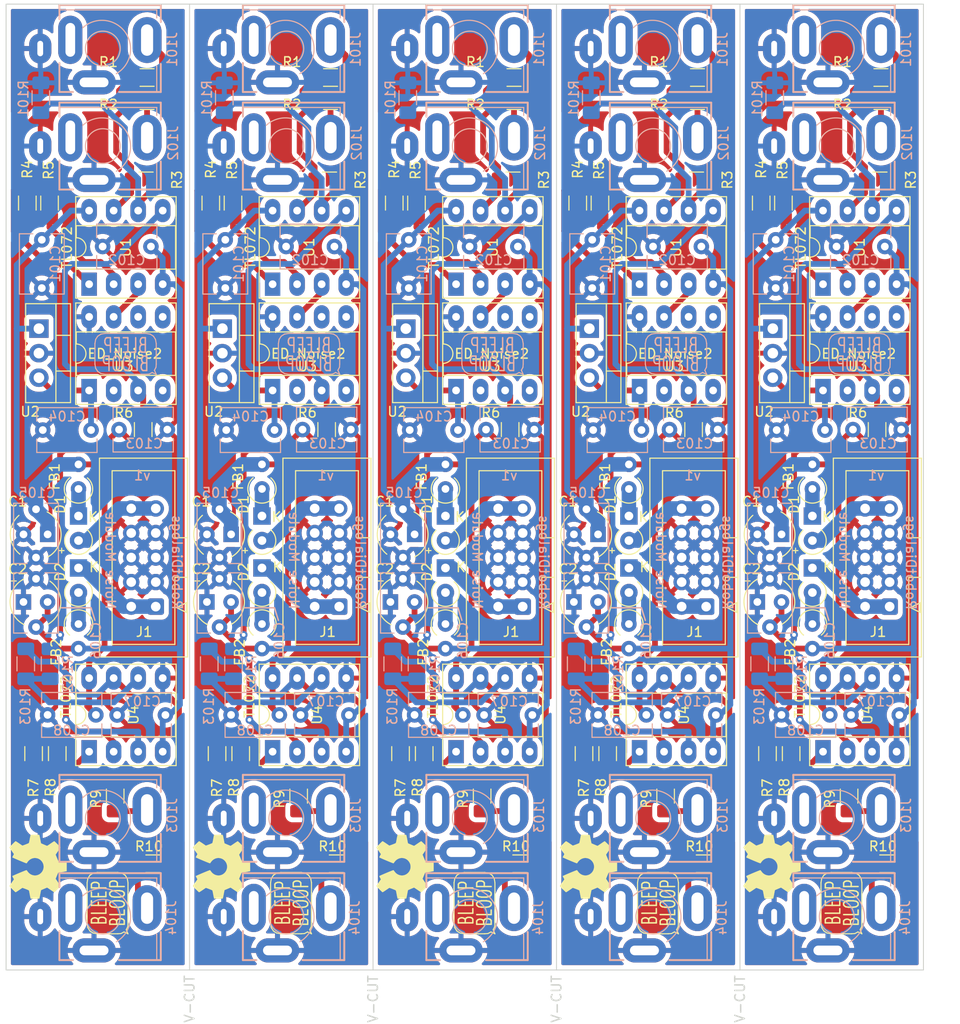
<source format=kicad_pcb>
(kicad_pcb (version 20211014) (generator pcbnew)
  (title_block (title "noise_pcb") (date "2022-01-31") (rev "v1"))
  (layers (0 "F.Cu" signal) (31 "B.Cu" signal) (34 "B.Paste" user) (35 "F.Paste" user) (36 "B.SilkS" user "B.Silkscreen") (37 "F.SilkS" user "F.Silkscreen") (38 "B.Mask" user) (39 "F.Mask" user) (44 "Edge.Cuts" user))
  (net 0 "")
  (net 1 "+12V")
  (net 2 "GND")
  (net 3 "-12V")
  (net 4 "+5V")
  (net 5 "-12VA")
  (net 6 "Net-(D2-Pad2)")
  (net 7 "Net-(C103-Pad1)")
  (net 8 "+12VA")
  (net 9 "Net-(D1-Pad1)")
  (net 10 "Net-(J101-PadT)")
  (net 12 "Net-(J102-PadT)")
  (net 13 "Net-(R8-Pad2)")
  (net 15 "Net-(J103-PadT)")
  (net 17 "Net-(J104-PadT)")
  (net 19 "Net-(R1-Pad1)")
  (net 20 "Net-(R3-Pad2)")
  (net 21 "Net-(R3-Pad1)")
  (net 22 "Net-(R5-Pad2)")
  (net 23 "Net-(R6-Pad2)")
  (net 24 "Net-(R8-Pad1)")
  (net 25 "Net-(R103-Pad2)")
  (net 26 "Net-(R103-Pad1)")
  (net 27 "Net-(U3-Pad7)")
  (footprint "Resistor_SMD:R_1206_3216Metric_Pad1.30x1.75mm_HandSolder" (layer "F.Cu") (at 199.85 127.6 90)
    (fp_text reference "R7")
    (fp_text value "1k")
  )
  (footprint "Resistor_SMD:R_1206_3216Metric_Pad1.30x1.75mm_HandSolder" (layer "F.Cu") (at 211.6 60)
    (fp_text reference "R2")
    (fp_text value "1k")
  )
  (footprint "Package_TO_SOT_THT:TO-220-3_Vertical" (layer "F.Cu") (at 162.4 83.6 -90)
    (fp_text reference "U2")
    (fp_text value "LM7805_TO220")
  )
  (footprint "Resistor_SMD:R_1206_3216Metric_Pad1.30x1.75mm_HandSolder" (layer "F.Cu") (at 189.3 132 -90)
    (fp_text reference "R9")
    (fp_text value "1k")
  )
  (footprint "Package_DIP:DIP-8_W7.62mm_Socket_LongPads" (layer "F.Cu") (at 186.6 90 90)
    (fp_text reference "U3")
    (fp_text value "ElectricDruid_Noise2")
  )
  (footprint "Resistor_SMD:R_1206_3216Metric_Pad1.30x1.75mm_HandSolder" (layer "F.Cu") (at 155.2 139 180)
    (fp_text reference "R10")
    (fp_text value "1k")
  )
  (footprint "Resistor_SMD:R_1206_3216Metric_Pad1.30x1.75mm_HandSolder" (layer "F.Cu") (at 211.2 94.050001 90)
    (fp_text reference "R6")
    (fp_text value "5.6k")
  )
  (footprint "My Stuff:Logo2" (layer "F.Cu") (at 228.4 86.2)
    (fp_text reference "LOGO1" hide)
    (fp_text value "logo1" hide)
  )
  (footprint "Package_TO_SOT_THT:TO-220-3_Vertical" (layer "F.Cu") (at 181.4 83.6 -90)
    (fp_text reference "U2")
    (fp_text value "LM7805_TO220")
  )
  (footprint "Capacitor_THT:CP_Radial_D5.0mm_P2.50mm" (layer "F.Cu") (at 179.8 111.9)
    (fp_text reference "C2")
    (fp_text value "100uF")
  )
  (footprint "My Stuff:Logo1" (layer "F.Cu") (at 226.5 143.1 90)
    (fp_text reference "LOGO3" hide)
    (fp_text value "logo1" hide)
  )
  (footprint "Inductor_THT:L_Axial_L6.6mm_D2.7mm_P2.54mm_Vertical_Vishay_IM-2" (layer "F.Cu") (at 204.5 100.195 90)
    (fp_text reference "FB1")
    (fp_text value "FerriteBead")
  )
  (footprint "Capacitor_THT:CP_Radial_D5.0mm_P2.50mm" (layer "F.Cu") (at 163.305113 104.9 180)
    (fp_text reference "C1")
    (fp_text value "100uF")
  )
  (footprint "Symbol:OSHW-Symbol_6.7x6mm_SilkScreen" (layer "F.Cu") (at 181.3 139.3 -90)
    (fp_text reference "LOGO2" hide)
    (fp_text value "Logo_Open_Hardware_Small" hide)
  )
  (footprint "Capacitor_THT:CP_Radial_D5.0mm_P2.50mm" (layer "F.Cu") (at 160.8 111.9)
    (fp_text reference "C2")
    (fp_text value "100uF")
  )
  (footprint "Resistor_SMD:R_1206_3216Metric_Pad1.30x1.75mm_HandSolder" (layer "F.Cu") (at 154.6 60)
    (fp_text reference "R2")
    (fp_text value "1k")
  )
  (footprint "Resistor_SMD:R_1206_3216Metric_Pad1.30x1.75mm_HandSolder" (layer "F.Cu") (at 142.2 70.6 90)
    (fp_text reference "R4")
    (fp_text value "1k")
  )
  (footprint "Package_TO_SOT_THT:TO-220-3_Vertical" (layer "F.Cu") (at 219.4 83.6 -90)
    (fp_text reference "U2")
    (fp_text value "LM7805_TO220")
  )
  (footprint "Resistor_SMD:R_1206_3216Metric_Pad1.30x1.75mm_HandSolder" (layer "F.Cu") (at 231.2 139 180)
    (fp_text reference "R10")
    (fp_text value "1k")
  )
  (footprint "Resistor_SMD:R_1206_3216Metric_Pad1.30x1.75mm_HandSolder" (layer "F.Cu") (at 192.6 60)
    (fp_text reference "R2")
    (fp_text value "1k")
  )
  (footprint "Resistor_SMD:R_1206_3216Metric_Pad1.30x1.75mm_HandSolder" (layer "F.Cu") (at 192.6 57.6)
    (fp_text reference "R1")
    (fp_text value "1k")
  )
  (footprint "Resistor_SMD:R_1206_3216Metric_Pad1.30x1.75mm_HandSolder" (layer "F.Cu") (at 161.2 70.6 90)
    (fp_text reference "R4")
    (fp_text value "1k")
  )
  (footprint "Connector_IDC:IDC-Header_2x05_P2.54mm_Vertical" (layer "F.Cu") (at 193.5 112.38 180)
    (fp_text reference "J1")
    (fp_text value "Conn_02x05_Odd_Even")
  )
  (footprint "Resistor_SMD:R_1206_3216Metric_Pad1.30x1.75mm_HandSolder" (layer "F.Cu") (at 154.5 68.3 180)
    (fp_text reference "R3")
    (fp_text value "1k")
  )
  (footprint "Package_DIP:DIP-8_W7.62mm_Socket_LongPads" (layer "F.Cu") (at 167.6 90 90)
    (fp_text reference "U3")
    (fp_text value "ElectricDruid_Noise2")
  )
  (footprint "Inductor_THT:L_Axial_L6.6mm_D2.7mm_P2.54mm_Vertical_Vishay_IM-2" (layer "F.Cu") (at 166.5 114.185 -90)
    (fp_text reference "FB2")
    (fp_text value "FerriteBead")
  )
  (footprint "Capacitor_THT:CP_Radial_D5.0mm_P2.50mm" (layer "F.Cu") (at 220.305113 104.9 180)
    (fp_text reference "C1")
    (fp_text value "100uF")
  )
  (footprint "Package_DIP:DIP-8_W7.62mm_Socket_LongPads" (layer "F.Cu") (at 205.6 90 90)
    (fp_text reference "U3")
    (fp_text value "ElectricDruid_Noise2")
  )
  (footprint "Resistor_SMD:R_1206_3216Metric_Pad1.30x1.75mm_HandSolder" (layer "F.Cu") (at 142.85 127.6 90)
    (fp_text reference "R7")
    (fp_text value "1k")
  )
  (footprint "Resistor_SMD:R_1206_3216Metric_Pad1.30x1.75mm_HandSolder" (layer "F.Cu") (at 220.5 70.6 -90)
    (fp_text reference "R5")
    (fp_text value "1k")
  )
  (footprint "Resistor_SMD:R_1206_3216Metric_Pad1.30x1.75mm_HandSolder" (layer "F.Cu") (at 218.2 70.6 90)
    (fp_text reference "R4")
    (fp_text value "1k")
  )
  (footprint "Capacitor_THT:CP_Radial_D5.0mm_P2.50mm" (layer "F.Cu") (at 217.8 111.9)
    (fp_text reference "C2")
    (fp_text value "100uF")
  )
  (footprint "Resistor_SMD:R_1206_3216Metric_Pad1.30x1.75mm_HandSolder" (layer "F.Cu") (at 202.3 127.6 -90)
    (fp_text reference "R8")
    (fp_text value "1k")
  )
  (footprint "Package_DIP:DIP-8_W7.62mm_Socket_LongPads" (layer "F.Cu") (at 205.6 127.4 90)
    (fp_text reference "U4")
    (fp_text value "TL072")
  )
  (footprint "Resistor_SMD:R_1206_3216Metric_Pad1.30x1.75mm_HandSolder" (layer "F.Cu") (at 170.3 132 -90)
    (fp_text reference "R9")
    (fp_text value "1k")
  )
  (footprint "Resistor_SMD:R_1206_3216Metric_Pad1.30x1.75mm_HandSolder" (layer "F.Cu") (at 211.6 57.6)
    (fp_text reference "R1")
    (fp_text value "1k")
  )
  (footprint "Capacitor_THT:CP_Radial_D5.0mm_P2.50mm" (layer "F.Cu") (at 198.8 111.9)
    (fp_text reference "C2")
    (fp_text value "100uF")
  )
  (footprint "Resistor_SMD:R_1206_3216Metric_Pad1.30x1.75mm_HandSolder" (layer "F.Cu") (at 212.2 139 180)
    (fp_text reference "R10")
    (fp_text value "1k")
  )
  (footprint "Diode_THT:D_A-405_P2.54mm_Vertical_KathodeUp" (layer "F.Cu") (at 223.5 108.38 -90)
    (fp_text reference "D2")
    (fp_text value "D")
  )
  (footprint "Resistor_SMD:R_1206_3216Metric_Pad1.30x1.75mm_HandSolder" (layer "F.Cu") (at 192.2 94.050001 90)
    (fp_text reference "R6")
    (fp_text value "5.6k")
  )
  (footprint "Capacitor_THT:CP_Radial_D5.0mm_P2.50mm" (layer "F.Cu") (at 182.305113 104.9 180)
    (fp_text reference "C1")
    (fp_text value "100uF")
  )
  (footprint "Resistor_SMD:R_1206_3216Metric_Pad1.30x1.75mm_HandSolder" (layer "F.Cu") (at 230.6 60)
    (fp_text reference "R2")
    (fp_text value "1k")
  )
  (footprint "Resistor_SMD:R_1206_3216Metric_Pad1.30x1.75mm_HandSolder" (layer "F.Cu") (at 230.2 94.050001 90)
    (fp_text reference "R6")
    (fp_text value "5.6k")
  )
  (footprint "Resistor_SMD:R_1206_3216Metric_Pad1.30x1.75mm_HandSolder" (layer "F.Cu") (at 221.3 127.6 -90)
    (fp_text reference "R8")
    (fp_text value "1k")
  )
  (footprint "Resistor_SMD:R_1206_3216Metric_Pad1.30x1.75mm_HandSolder" (layer "F.Cu") (at 218.85 127.6 90)
    (fp_text reference "R7")
    (fp_text value "1k")
  )
  (footprint "Resistor_SMD:R_1206_3216Metric_Pad1.30x1.75mm_HandSolder" (layer "F.Cu") (at 154.2 94.050001 90)
    (fp_text reference "R6")
    (fp_text value "5.6k")
  )
  (footprint "Resistor_SMD:R_1206_3216Metric_Pad1.30x1.75mm_HandSolder" (layer "F.Cu") (at 199.2 70.6 90)
    (fp_text reference "R4")
    (fp_text value "1k")
  )
  (footprint "My Stuff:Logo1" (layer "F.Cu") (at 150.5 143.1 90)
    (fp_text reference "LOGO3" hide)
    (fp_text value "logo1" hide)
  )
  (footprint "Package_DIP:DIP-8_W7.62mm_Socket_LongPads" (layer "F.Cu") (at 224.6 127.4 90)
    (fp_text reference "U4")
    (fp_text value "TL072")
  )
  (footprint "Symbol:OSHW-Symbol_6.7x6mm_SilkScreen" (layer "F.Cu") (at 219.3 139.3 -90)
    (fp_text reference "LOGO2" hide)
    (fp_text value "Logo_Open_Hardware_Small" hide)
  )
  (footprint "Resistor_SMD:R_1206_3216Metric_Pad1.30x1.75mm_HandSolder" (layer "F.Cu") (at 192.5 68.3 180)
    (fp_text reference "R3")
    (fp_text value "1k")
  )
  (footprint "Diode_THT:D_A-405_P2.54mm_Vertical_KathodeUp" (layer "F.Cu") (at 223.5 103 -90)
    (fp_text reference "D1")
    (fp_text value "D")
  )
  (footprint "Package_TO_SOT_THT:TO-220-3_Vertical" (layer "F.Cu") (at 200.4 83.6 -90)
    (fp_text reference "U2")
    (fp_text value "LM7805_TO220")
  )
  (footprint "My Stuff:Logo1" (layer "F.Cu") (at 207.5 143.1 90)
    (fp_text reference "LOGO3" hide)
    (fp_text value "logo1" hide)
  )
  (footprint "Connector_IDC:IDC-Header_2x05_P2.54mm_Vertical" (layer "F.Cu") (at 155.5 112.38 180)
    (fp_text reference "J1")
    (fp_text value "Conn_02x05_Odd_Even")
  )
  (footprint "Resistor_SMD:R_1206_3216Metric_Pad1.30x1.75mm_HandSolder" (layer "F.Cu") (at 180.85 127.6 90)
    (fp_text reference "R7")
    (fp_text value "1k")
  )
  (footprint "Diode_THT:D_A-405_P2.54mm_Vertical_KathodeUp" (layer "F.Cu") (at 147.5 103 -90)
    (fp_text reference "D1")
    (fp_text value "D")
  )
  (footprint "Inductor_THT:L_Axial_L6.6mm_D2.7mm_P2.54mm_Vertical_Vishay_IM-2" (layer "F.Cu") (at 204.5 114.185 -90)
    (fp_text reference "FB2")
    (fp_text value "FerriteBead")
  )
  (footprint "Resistor_SMD:R_1206_3216Metric_Pad1.30x1.75mm_HandSolder" (layer "F.Cu") (at 154.6 57.6)
    (fp_text reference "R1")
    (fp_text value "1k")
  )
  (footprint "Resistor_SMD:R_1206_3216Metric_Pad1.30x1.75mm_HandSolder" (layer "F.Cu") (at 161.85 127.6 90)
    (fp_text reference "R7")
    (fp_text value "1k")
  )
  (footprint "Diode_THT:D_A-405_P2.54mm_Vertical_KathodeUp" (layer "F.Cu") (at 147.5 108.38 -90)
    (fp_text reference "D2")
    (fp_text value "D")
  )
  (footprint "Package_DIP:DIP-8_W7.62mm_Socket_LongPads" (layer "F.Cu") (at 148.6 127.4 90)
    (fp_text reference "U4")
    (fp_text value "TL072")
  )
  (footprint "Package_TO_SOT_THT:TO-220-3_Vertical" (layer "F.Cu") (at 143.4 83.6 -90)
    (fp_text reference "U2")
    (fp_text value "LM7805_TO220")
  )
  (footprint "Diode_THT:D_A-405_P2.54mm_Vertical_KathodeUp" (layer "F.Cu") (at 185.5 108.38 -90)
    (fp_text reference "D2")
    (fp_text value "D")
  )
  (footprint "Resistor_SMD:R_1206_3216Metric_Pad1.30x1.75mm_HandSolder" (layer "F.Cu") (at 173.6 60)
    (fp_text reference "R2")
    (fp_text value "1k")
  )
  (footprint "Connector_IDC:IDC-Header_2x05_P2.54mm_Vertical" (layer "F.Cu") (at 231.5 112.38 180)
    (fp_text reference "J1")
    (fp_text value "Conn_02x05_Odd_Even")
  )
  (footprint "Diode_THT:D_A-405_P2.54mm_Vertical_KathodeUp" (layer "F.Cu") (at 204.5 103 -90)
    (fp_text reference "D1")
    (fp_text value "D")
  )
  (footprint "Resistor_SMD:R_1206_3216Metric_Pad1.30x1.75mm_HandSolder" (layer "F.Cu") (at 230.6 57.6)
    (fp_text reference "R1")
    (fp_text value "1k")
  )
  (footprint "Package_DIP:DIP-8_W7.62mm_Socket_LongPads" (layer "F.Cu") (at 224.6 90 90)
    (fp_text reference "U3")
    (fp_text value "ElectricDruid_Noise2")
  )
  (footprint "Resistor_SMD:R_1206_3216Metric_Pad1.30x1.75mm_HandSolder" (layer "F.Cu") (at 211.5 68.3 180)
    (fp_text reference "R3")
    (fp_text value "1k")
  )
  (footprint "Resistor_SMD:R_1206_3216Metric_Pad1.30x1.75mm_HandSolder" (layer "F.Cu") (at 163.5 70.6 -90)
    (fp_text reference "R5")
    (fp_text value "1k")
  )
  (footprint "My Stuff:Logo2" (layer "F.Cu") (at 171.4 86.2)
    (fp_text reference "LOGO1" hide)
    (fp_text value "logo1" hide)
  )
  (footprint "Capacitor_THT:CP_Radial_D5.0mm_P2.50mm" (layer "F.Cu") (at 144.305113 104.9 180)
    (fp_text reference "C1")
    (fp_text value "100uF")
  )
  (footprint "Resistor_SMD:R_1206_3216Metric_Pad1.30x1.75mm_HandSolder" (layer "F.Cu") (at 151.3 132 -90)
    (fp_text reference "R9")
    (fp_text value "1k")
  )
  (footprint "Connector_IDC:IDC-Header_2x05_P2.54mm_Vertical" (layer "F.Cu") (at 174.5 112.38 180)
    (fp_text reference "J1")
    (fp_text value "Conn_02x05_Odd_Even")
  )
  (footprint "Resistor_SMD:R_1206_3216Metric_Pad1.30x1.75mm_HandSolder" (layer "F.Cu") (at 201.5 70.6 -90)
    (fp_text reference "R5")
    (fp_text value "1k")
  )
  (footprint "Package_DIP:DIP-8_W7.62mm_Socket_LongPads" (layer "F.Cu") (at 167.6 79 90)
    (fp_text reference "U1")
    (fp_text value "TL072")
  )
  (footprint "Package_DIP:DIP-8_W7.62mm_Socket_LongPads" (layer "F.Cu") (at 148.6 79 90)
    (fp_text reference "U1")
    (fp_text value "TL072")
  )
  (footprint "Inductor_THT:L_Axial_L6.6mm_D2.7mm_P2.54mm_Vertical_Vishay_IM-2" (layer "F.Cu") (at 223.5 100.195 90)
    (fp_text reference "FB1")
    (fp_text value "FerriteBead")
  )
  (footprint "Package_DIP:DIP-8_W7.62mm_Socket_LongPads" (layer "F.Cu") (at 148.6 90 90)
    (fp_text reference "U3")
    (fp_text value "ElectricDruid_Noise2")
  )
  (footprint "Resistor_SMD:R_1206_3216Metric_Pad1.30x1.75mm_HandSolder" (layer "F.Cu") (at 183.3 127.6 -90)
    (fp_text reference "R8")
    (fp_text value "1k")
  )
  (footprint "Package_DIP:DIP-8_W7.62mm_Socket_LongPads" (layer "F.Cu") (at 167.6 127.4 90)
    (fp_text reference "U4")
    (fp_text value "TL072")
  )
  (footprint "Capacitor_THT:CP_Radial_D5.0mm_P2.50mm" (layer "F.Cu") (at 201.305113 104.9 180)
    (fp_text reference "C1")
    (fp_text value "100uF")
  )
  (footprint "Connector_IDC:IDC-Header_2x05_P2.54mm_Vertical" (layer "F.Cu") (at 212.5 112.38 180)
    (fp_text reference "J1")
    (fp_text value "Conn_02x05_Odd_Even")
  )
  (footprint "My Stuff:Logo1" (layer "F.Cu") (at 188.5 143.1 90)
    (fp_text reference "LOGO3" hide)
    (fp_text value "logo1" hide)
  )
  (footprint "Resistor_SMD:R_1206_3216Metric_Pad1.30x1.75mm_HandSolder" (layer "F.Cu") (at 173.5 68.3 180)
    (fp_text reference "R3")
    (fp_text value "1k")
  )
  (footprint "Resistor_SMD:R_1206_3216Metric_Pad1.30x1.75mm_HandSolder" (layer "F.Cu") (at 182.5 70.6 -90)
    (fp_text reference "R5")
    (fp_text value "1k")
  )
  (footprint "Symbol:OSHW-Symbol_6.7x6mm_SilkScreen" (layer "F.Cu") (at 143.3 139.3 -90)
    (fp_text reference "LOGO2" hide)
    (fp_text value "Logo_Open_Hardware_Small" hide)
  )
  (footprint "Inductor_THT:L_Axial_L6.6mm_D2.7mm_P2.54mm_Vertical_Vishay_IM-2" (layer "F.Cu") (at 166.5 100.195 90)
    (fp_text reference "FB1")
    (fp_text value "FerriteBead")
  )
  (footprint "Symbol:OSHW-Symbol_6.7x6mm_SilkScreen" (layer "F.Cu") (at 200.3 139.3 -90)
    (fp_text reference "LOGO2" hide)
    (fp_text value "Logo_Open_Hardware_Small" hide)
  )
  (footprint "Resistor_SMD:R_1206_3216Metric_Pad1.30x1.75mm_HandSolder" (layer "F.Cu") (at 144.5 70.6 -90)
    (fp_text reference "R5")
    (fp_text value "1k")
  )
  (footprint "Resistor_SMD:R_1206_3216Metric_Pad1.30x1.75mm_HandSolder" (layer "F.Cu") (at 173.2 94.050001 90)
    (fp_text reference "R6")
    (fp_text value "5.6k")
  )
  (footprint "Package_DIP:DIP-8_W7.62mm_Socket_LongPads" (layer "F.Cu") (at 205.6 79 90)
    (fp_text reference "U1")
    (fp_text value "TL072")
  )
  (footprint "Inductor_THT:L_Axial_L6.6mm_D2.7mm_P2.54mm_Vertical_Vishay_IM-2" (layer "F.Cu") (at 185.5 100.195 90)
    (fp_text reference "FB1")
    (fp_text value "FerriteBead")
  )
  (footprint "Resistor_SMD:R_1206_3216Metric_Pad1.30x1.75mm_HandSolder" (layer "F.Cu") (at 174.2 139 180)
    (fp_text reference "R10")
    (fp_text value "1k")
  )
  (footprint "Inductor_THT:L_Axial_L6.6mm_D2.7mm_P2.54mm_Vertical_Vishay_IM-2" (layer "F.Cu") (at 223.5 114.185 -90)
    (fp_text reference "FB2")
    (fp_text value "FerriteBead")
  )
  (footprint "Resistor_SMD:R_1206_3216Metric_Pad1.30x1.75mm_HandSolder" (layer "F.Cu") (at 145.3 127.6 -90)
    (fp_text reference "R8")
    (fp_text value "1k")
  )
  (footprint "Resistor_SMD:R_1206_3216Metric_Pad1.30x1.75mm_HandSolder" (layer "F.Cu") (at 208.3 132 -90)
    (fp_text reference "R9")
    (fp_text value "1k")
  )
  (footprint "Resistor_SMD:R_1206_3216Metric_Pad1.30x1.75mm_HandSolder" (layer "F.Cu") (at 193.2 139 180)
    (fp_text reference "R10")
    (fp_text value "1k")
  )
  (footprint "Capacitor_THT:CP_Radial_D5.0mm_P2.50mm" (layer "F.Cu") (at 141.8 111.9)
    (fp_text reference "C2")
    (fp_text value "100uF")
  )
  (footprint "My Stuff:Logo2" (layer "F.Cu") (at 209.4 86.2)
    (fp_text reference "LOGO1" hide)
    (fp_text value "logo1" hide)
  )
  (footprint "Package_DIP:DIP-8_W7.62mm_Socket_LongPads" (layer "F.Cu") (at 224.6 79 90)
    (fp_text reference "U1")
    (fp_text value "TL072")
  )
  (footprint "Diode_THT:D_A-405_P2.54mm_Vertical_KathodeUp" (layer "F.Cu") (at 166.5 103 -90)
    (fp_text reference "D1")
    (fp_text value "D")
  )
  (footprint "Inductor_THT:L_Axial_L6.6mm_D2.7mm_P2.54mm_Vertical_Vishay_IM-2" (layer "F.Cu") (at 147.5 114.185 -90)
    (fp_text reference "FB2")
    (fp_text value "FerriteBead")
  )
  (footprint "Resistor_SMD:R_1206_3216Metric_Pad1.30x1.75mm_HandSolder" (layer "F.Cu") (at 164.3 127.6 -90)
    (fp_text reference "R8")
    (fp_text value "1k")
  )
  (footprint "Package_DIP:DIP-8_W7.62mm_Socket_LongPads" (layer "F.Cu") (at 186.6 127.4 90)
    (fp_text reference "U4")
    (fp_text value "TL072")
  )
  (footprint "Diode_THT:D_A-405_P2.54mm_Vertical_KathodeUp" (layer "F.Cu") (at 185.5 103 -90)
    (fp_text reference "D1")
    (fp_text value "D")
  )
  (footprint "Diode_THT:D_A-405_P2.54mm_Vertical_KathodeUp" (layer "F.Cu") (at 204.5 108.38 -90)
    (fp_text reference "D2")
    (fp_text value "D")
  )
  (footprint "My Stuff:Logo2" (layer "F.Cu") (at 152.4 86.2)
    (fp_text reference "LOGO1" hide)
    (fp_text value "logo1" hide)
  )
  (footprint "Resistor_SMD:R_1206_3216Metric_Pad1.30x1.75mm_HandSolder" (layer "F.Cu") (at 230.5 68.3 180)
    (fp_text reference "R3")
    (fp_text value "1k")
  )
  (footprint "Symbol:OSHW-Symbol_6.7x6mm_SilkScreen" (layer "F.Cu") (at 162.3 139.3 -90)
    (fp_text reference "LOGO2" hide)
    (fp_text value "Logo_Open_Hardware_Small" hide)
  )
  (footprint "My Stuff:Logo1" (layer "F.Cu") (at 169.5 143.1 90)
    (fp_text reference "LOGO3" hide)
    (fp_text value "logo1" hide)
  )
  (footprint "Resistor_SMD:R_1206_3216Metric_Pad1.30x1.75mm_HandSolder" (layer "F.Cu") (at 227.3 132 -90)
    (fp_text reference "R9")
    (fp_text value "1k")
  )
  (footprint "My Stuff:Logo2" (layer "F.Cu") (at 190.4 86.2)
    (fp_text reference "LOGO1" hide)
    (fp_text value "logo1" hide)
  )
  (footprint "Inductor_THT:L_Axial_L6.6mm_D2.7mm_P2.54mm_Vertical_Vishay_IM-2" (layer "F.Cu") (at 147.5 100.195 90)
    (fp_text reference "FB1")
    (fp_text value "FerriteBead")
  )
  (footprint "Resistor_SMD:R_1206_3216Metric_Pad1.30x1.75mm_HandSolder" (layer "F.Cu") (at 180.2 70.6 90)
    (fp_text reference "R4")
    (fp_text value "1k")
  )
  (footprint "Diode_THT:D_A-405_P2.54mm_Vertical_KathodeUp" (layer "F.Cu") (at 166.5 108.38 -90)
    (fp_text reference "D2")
    (fp_text value "D")
  )
  (footprint "Package_DIP:DIP-8_W7.62mm_Socket_LongPads" (layer "F.Cu") (at 186.6 79 90)
    (fp_text reference "U1")
    (fp_text value "TL072")
  )
  (footprint "Resistor_SMD:R_1206_3216Metric_Pad1.30x1.75mm_HandSolder" (layer "F.Cu") (at 173.6 57.6)
    (fp_text reference "R1")
    (fp_text value "1k")
  )
  (footprint "Inductor_THT:L_Axial_L6.6mm_D2.7mm_P2.54mm_Vertical_Vishay_IM-2" (layer "F.Cu") (at 185.5 114.185 -90)
    (fp_text reference "FB2")
    (fp_text value "FerriteBead")
  )
  (footprint "My Stuff:Jack_3.5mm_MJ-355W_and_PJ398SM_Vertical" (layer "B.Cu") (at 207 54.6 90)
    (fp_text reference "J101")
    (fp_text value "PINK_OUT")
  )
  (footprint "Capacitor_THT:C_Disc_D6.0mm_W4.4mm_P5.00mm" (layer "B.Cu") (at 181.1 102.3 -90)
    (fp_text reference "C105")
    (fp_text value "10nF")
  )
  (footprint "Capacitor_THT:C_Disc_D6.0mm_W4.4mm_P5.00mm" (layer "B.Cu") (at 162.1 109.5 -90)
    (fp_text reference "C106")
    (fp_text value "10nF")
  )
  (footprint "Capacitor_THT:C_Disc_D6.0mm_W4.4mm_P5.00mm" (layer "B.Cu") (at 143.7 74.4 -90)
    (fp_text reference "C101")
    (fp_text value "C")
  )
  (footprint "My Stuff:Jack_3.5mm_MJ-355W_and_PJ398SM_Vertical" (layer "B.Cu") (at 226 54.6 90)
    (fp_text reference "J101")
    (fp_text value "PINK_OUT")
  )
  (footprint "Capacitor_THT:C_Disc_D6.0mm_W4.4mm_P5.00mm" (layer "B.Cu") (at 200.1 109.5 -90)
    (fp_text reference "C106")
    (fp_text value "10nF")
  )
  (footprint "Resistor_SMD:R_1206_3216Metric_Pad1.30x1.75mm_HandSolder" (layer "B.Cu") (at 161.038579 118.303628 90)
    (fp_text reference "R103")
    (fp_text value "100k")
  )
  (footprint "Capacitor_THT:C_Disc_D6.0mm_W4.4mm_P5.00mm" (layer "B.Cu") (at 149.3 123.589999 180)
    (fp_text reference "C108")
    (fp_text value "C")
  )
  (footprint "Resistor_SMD:R_1206_3216Metric_Pad1.30x1.75mm_HandSolder" (layer "B.Cu") (at 218.038579 118.303628 90)
    (fp_text reference "R103")
    (fp_text value "100k")
  )
  (footprint "My Stuff:Jack_3.5mm_MJ-355W_and_PJ398SM_Vertical" (layer "B.Cu") (at 169 54.6 90)
    (fp_text reference "J101")
    (fp_text value "PINK_OUT")
  )
  (footprint "Capacitor_THT:C_Disc_D6.0mm_W4.4mm_P5.00mm" (layer "B.Cu") (at 150 75.1)
    (fp_text reference "C102")
    (fp_text value "C")
  )
  (footprint "Capacitor_THT:C_Disc_D6.0mm_W4.4mm_P5.00mm" (layer "B.Cu") (at 219.7 74.4 -90)
    (fp_text reference "C101")
    (fp_text value "C")
  )
  (footprint "Capacitor_THT:C_Disc_D6.0mm_W4.4mm_P5.00mm" (layer "B.Cu") (at 162.1 102.3 -90)
    (fp_text reference "C105")
    (fp_text value "10nF")
  )
  (footprint "Capacitor_THT:C_Disc_D6.0mm_W4.4mm_P5.00mm" (layer "B.Cu") (at 187.3 123.589999 180)
    (fp_text reference "C108")
    (fp_text value "C")
  )
  (footprint "Capacitor_THT:C_Disc_D6.0mm_W4.4mm_P5.00mm" (layer "B.Cu") (at 205.8 94.1 180)
    (fp_text reference "C104")
    (fp_text value "10nF")
  )
  (footprint "Resistor_SMD:R_1206_3216Metric_Pad1.30x1.75mm_HandSolder" (layer "B.Cu") (at 143.6 59.7 -90)
    (fp_text reference "R101")
    (fp_text value "1k")
  )
  (footprint "My Stuff:Jack_3.5mm_MJ-355W_and_PJ398SM_Vertical" (layer "B.Cu") (at 188 134.3 90)
    (fp_text reference "J103")
    (fp_text value "FILT_WHITE")
  )
  (footprint "Resistor_SMD:R_1206_3216Metric_Pad1.30x1.75mm_HandSolder" (layer "B.Cu") (at 200.6 59.7 -90)
    (fp_text reference "R101")
    (fp_text value "1k")
  )
  (footprint "My Stuff:Jack_3.5mm_MJ-355W_and_PJ398SM_Vertical" (layer "B.Cu") (at 169 144.475 90)
    (fp_text reference "J104")
    (fp_text value "INV_FILT_WHITE")
  )
  (footprint "My Stuff:Jack_3.5mm_MJ-355W_and_PJ398SM_Vertical" (layer "B.Cu") (at 169 134.3 90)
    (fp_text reference "J103")
    (fp_text value "FILT_WHITE")
  )
  (footprint "Capacitor_THT:C_Disc_D6.0mm_W4.4mm_P5.00mm" (layer "B.Cu") (at 151.7 94.05)
    (fp_text reference "C103")
    (fp_text value "1nF")
  )
  (footprint "Capacitor_THT:C_Disc_D6.0mm_W4.4mm_P5.00mm" (layer "B.Cu") (at 189.5 123.6)
    (fp_text reference "C107")
    (fp_text value "C")
  )
  (footprint "Capacitor_THT:C_Disc_D6.0mm_W4.4mm_P5.00mm" (layer "B.Cu") (at 148.8 94.1 180)
    (fp_text reference "C104")
    (fp_text value "10nF")
  )
  (footprint "My Stuff:Jack_3.5mm_MJ-355W_and_PJ398SM_Vertical" (layer "B.Cu") (at 150 64.7 90)
    (fp_text reference "J102")
    (fp_text value "WHITE_OUT")
  )
  (footprint "Capacitor_THT:C_Disc_D6.0mm_W4.4mm_P5.00mm" (layer "B.Cu") (at 208.5 123.6)
    (fp_text reference "C107")
    (fp_text value "C")
  )
  (footprint "Capacitor_THT:C_Disc_D6.0mm_W4.4mm_P5.00mm" (layer "B.Cu") (at 225.3 123.589999 180)
    (fp_text reference "C108")
    (fp_text value "C")
  )
  (footprint "My Stuff:Jack_3.5mm_MJ-355W_and_PJ398SM_Vertical" (layer "B.Cu") (at 150 54.6 90)
    (fp_text reference "J101")
    (fp_text value "PINK_OUT")
  )
  (footprint "Capacitor_THT:C_Disc_D6.0mm_W4.4mm_P5.00mm" (layer "B.Cu") (at 181.1 109.5 -90)
    (fp_text reference "C106")
    (fp_text value "10nF")
  )
  (footprint "Capacitor_THT:C_Disc_D6.0mm_W4.4mm_P5.00mm" (layer "B.Cu") (at 207 75.1)
    (fp_text reference "C102")
    (fp_text value "C")
  )
  (footprint "Capacitor_THT:C_Disc_D6.0mm_W4.4mm_P5.00mm" (layer "B.Cu") (at 227.5 123.6)
    (fp_text reference "C107")
    (fp_text value "C")
  )
  (footprint "My Stuff:Jack_3.5mm_MJ-355W_and_PJ398SM_Vertical" (layer "B.Cu") (at 169 64.7 90)
    (fp_text reference "J102")
    (fp_text value "WHITE_OUT")
  )
  (footprint "Capacitor_THT:C_Disc_D6.0mm_W4.4mm_P5.00mm" (layer "B.Cu") (at 167.8 94.1 180)
    (fp_text reference "C104")
    (fp_text value "10nF")
  )
  (footprint "Capacitor_THT:C_Disc_D6.0mm_W4.4mm_P5.00mm" (layer "B.Cu") (at 186.8 94.1 180)
    (fp_text reference "C104")
    (fp_text value "10nF")
  )
  (footprint "My Stuff:Jack_3.5mm_MJ-355W_and_PJ398SM_Vertical" (layer "B.Cu") (at 226 134.3 90)
    (fp_text reference "J103")
    (fp_text value "FILT_WHITE")
  )
  (footprint "Resistor_SMD:R_1206_3216Metric_Pad1.30x1.75mm_HandSolder" (layer "B.Cu") (at 220.55495 118.303628 -90)
    (fp_text reference "R102")
    (fp_text value "100k")
  )
  (footprint "Capacitor_THT:C_Disc_D6.0mm_W4.4mm_P5.00mm" (layer "B.Cu") (at 219.1 102.3 -90)
    (fp_text reference "C105")
    (fp_text value "10nF")
  )
  (footprint "My Stuff:Jack_3.5mm_MJ-355W_and_PJ398SM_Vertical" (layer "B.Cu") (at 188 144.475 90)
    (fp_text reference "J104")
    (fp_text value "INV_FILT_WHITE")
  )
  (footprint "Capacitor_THT:C_Disc_D6.0mm_W4.4mm_P5.00mm" (layer "B.Cu") (at 208.7 94.05)
    (fp_text reference "C103")
    (fp_text value "1nF")
  )
  (footprint "Capacitor_THT:C_Disc_D6.0mm_W4.4mm_P5.00mm" (layer "B.Cu") (at 227.7 94.05)
    (fp_text reference "C103")
    (fp_text value "1nF")
  )
  (footprint "Capacitor_THT:C_Disc_D6.0mm_W4.4mm_P5.00mm" (layer "B.Cu") (at 162.7 74.4 -90)
    (fp_text reference "C101")
    (fp_text value "C")
  )
  (footprint "Capacitor_THT:C_Disc_D6.0mm_W4.4mm_P5.00mm" (layer "B.Cu") (at 224.8 94.1 180)
    (fp_text reference "C104")
    (fp_text value "10nF")
  )
  (footprint "Capacitor_THT:C_Disc_D6.0mm_W4.4mm_P5.00mm" (layer "B.Cu") (at 200.1 102.3 -90)
    (fp_text reference "C105")
    (fp_text value "10nF")
  )
  (footprint "Resistor_SMD:R_1206_3216Metric_Pad1.30x1.75mm_HandSolder" (layer "B.Cu") (at 162.6 59.7 -90)
    (fp_text reference "R101")
    (fp_text value "1k")
  )
  (footprint "Capacitor_THT:C_Disc_D6.0mm_W4.4mm_P5.00mm" (layer "B.Cu") (at 169 75.1)
    (fp_text reference "C102")
    (fp_text value "C")
  )
  (footprint "Capacitor_THT:C_Disc_D6.0mm_W4.4mm_P5.00mm" (layer "B.Cu") (at 170.7 94.05)
    (fp_text reference "C103")
    (fp_text value "1nF")
  )
  (footprint "My Stuff:Jack_3.5mm_MJ-355W_and_PJ398SM_Vertical" (layer "B.Cu") (at 226 144.475 90)
    (fp_text reference "J104")
    (fp_text value "INV_FILT_WHITE")
  )
  (footprint "Capacitor_THT:C_Disc_D6.0mm_W4.4mm_P5.00mm" (layer "B.Cu") (at 170.5 123.6)
    (fp_text reference "C107")
    (fp_text value "C")
  )
  (footprint "Capacitor_THT:C_Disc_D6.0mm_W4.4mm_P5.00mm" (layer "B.Cu") (at 189.7 94.05)
    (fp_text reference "C103")
    (fp_text value "1nF")
  )
  (footprint "My Stuff:Jack_3.5mm_MJ-355W_and_PJ398SM_Vertical" (layer "B.Cu") (at 188 54.6 90)
    (fp_text reference "J101")
    (fp_text value "PINK_OUT")
  )
  (footprint "Resistor_SMD:R_1206_3216Metric_Pad1.30x1.75mm_HandSolder" (layer "B.Cu") (at 181.6 59.7 -90)
    (fp_text reference "R101")
    (fp_text value "1k")
  )
  (footprint "Capacitor_THT:C_Disc_D6.0mm_W4.4mm_P5.00mm" (layer "B.Cu") (at 200.7 74.4 -90)
    (fp_text reference "C101")
    (fp_text value "C")
  )
  (footprint "Resistor_SMD:R_1206_3216Metric_Pad1.30x1.75mm_HandSolder" (layer "B.Cu") (at 163.55495 118.303628 -90)
    (fp_text reference "R102")
    (fp_text value "100k")
  )
  (footprint "My Stuff:Jack_3.5mm_MJ-355W_and_PJ398SM_Vertical" (layer "B.Cu") (at 188 64.7 90)
    (fp_text reference "J102")
    (fp_text value "WHITE_OUT")
  )
  (footprint "My Stuff:Jack_3.5mm_MJ-355W_and_PJ398SM_Vertical" (layer "B.Cu") (at 150 134.3 90)
    (fp_text reference "J103")
    (fp_text value "FILT_WHITE")
  )
  (footprint "Capacitor_THT:C_Disc_D6.0mm_W4.4mm_P5.00mm" (layer "B.Cu") (at 188 75.1)
    (fp_text reference "C102")
    (fp_text value "C")
  )
  (footprint "Capacitor_THT:C_Disc_D6.0mm_W4.4mm_P5.00mm" (layer "B.Cu") (at 206.3 123.589999 180)
    (fp_text reference "C108")
    (fp_text value "C")
  )
  (footprint "Resistor_SMD:R_1206_3216Metric_Pad1.30x1.75mm_HandSolder" (layer "B.Cu") (at 182.55495 118.303628 -90)
    (fp_text reference "R102")
    (fp_text value "100k")
  )
  (footprint "Capacitor_THT:C_Disc_D6.0mm_W4.4mm_P5.00mm" (layer "B.Cu") (at 219.1 109.5 -90)
    (fp_text reference "C106")
    (fp_text value "10nF")
  )
  (footprint "Resistor_SMD:R_1206_3216Metric_Pad1.30x1.75mm_HandSolder" (layer "B.Cu") (at 219.6 59.7 -90)
    (fp_text reference "R101")
    (fp_text value "1k")
  )
  (footprint "Capacitor_THT:C_Disc_D6.0mm_W4.4mm_P5.00mm" (layer "B.Cu") (at 168.3 123.589999 180)
    (fp_text reference "C108")
    (fp_text value "C")
  )
  (footprint "Capacitor_THT:C_Disc_D6.0mm_W4.4mm_P5.00mm" (layer "B.Cu") (at 226 75.1)
    (fp_text reference "C102")
    (fp_text value "C")
  )
  (footprint "Capacitor_THT:C_Disc_D6.0mm_W4.4mm_P5.00mm" (layer "B.Cu") (at 143.1 102.3 -90)
    (fp_text reference "C105")
    (fp_text value "10nF")
  )
  (footprint "Resistor_SMD:R_1206_3216Metric_Pad1.30x1.75mm_HandSolder" (layer "B.Cu") (at 199.038579 118.303628 90)
    (fp_text reference "R103")
    (fp_text value "100k")
  )
  (footprint "My Stuff:Jack_3.5mm_MJ-355W_and_PJ398SM_Vertical" (layer "B.Cu") (at 150 144.475 90)
    (fp_text reference "J104")
    (fp_text value "INV_FILT_WHITE")
  )
  (footprint "My Stuff:Jack_3.5mm_MJ-355W_and_PJ398SM_Vertical" (layer "B.Cu") (at 226 64.7 90)
    (fp_text reference "J102")
    (fp_text value "WHITE_OUT")
  )
  (footprint "Capacitor_THT:C_Disc_D6.0mm_W4.4mm_P5.00mm" (layer "B.Cu") (at 143.1 109.5 -90)
    (fp_text reference "C106")
    (fp_text value "10nF")
  )
  (footprint "Resistor_SMD:R_1206_3216Metric_Pad1.30x1.75mm_HandSolder" (layer "B.Cu") (at 142.038579 118.303628 90)
    (fp_text reference "R103")
    (fp_text value "100k")
  )
  (footprint "My Stuff:Jack_3.5mm_MJ-355W_and_PJ398SM_Vertical" (layer "B.Cu") (at 207 144.475 90)
    (fp_text reference "J104")
    (fp_text value "INV_FILT_WHITE")
  )
  (footprint "My Stuff:Jack_3.5mm_MJ-355W_and_PJ398SM_Vertical" (layer "B.Cu") (at 207 64.7 90)
    (fp_text reference "J102")
    (fp_text value "WHITE_OUT")
  )
  (footprint "Resistor_SMD:R_1206_3216Metric_Pad1.30x1.75mm_HandSolder" (layer "B.Cu") (at 201.55495 118.303628 -90)
    (fp_text reference "R102")
    (fp_text value "100k")
  )
  (footprint "Resistor_SMD:R_1206_3216Metric_Pad1.30x1.75mm_HandSolder" (layer "B.Cu") (at 144.55495 118.303628 -90)
    (fp_text reference "R102")
    (fp_text value "100k")
  )
  (footprint "My Stuff:Jack_3.5mm_MJ-355W_and_PJ398SM_Vertical" (layer "B.Cu") (at 207 134.3 90)
    (fp_text reference "J103")
    (fp_text value "FILT_WHITE")
  )
  (footprint "Resistor_SMD:R_1206_3216Metric_Pad1.30x1.75mm_HandSolder" (layer "B.Cu") (at 180.038579 118.303628 90)
    (fp_text reference "R103")
    (fp_text value "100k")
  )
  (footprint "Capacitor_THT:C_Disc_D6.0mm_W4.4mm_P5.00mm" (layer "B.Cu") (at 181.7 74.4 -90)
    (fp_text reference "C101")
    (fp_text value "C")
  )
  (footprint "Capacitor_THT:C_Disc_D6.0mm_W4.4mm_P5.00mm" (layer "B.Cu") (at 151.5 123.6)
    (fp_text reference "C107")
    (fp_text value "C")
  )
  (gr_line (start 202.7 112.5) (end 205.8 112.5) (layer "B.SilkS") (width 0.15))
  (gr_line (start 145.7 112.5) (end 148.8 112.5) (layer "B.SilkS") (width 0.15))
  (gr_line (start 205.8 112.5) (end 206.2 113.8) (layer "B.SilkS") (width 0.15))
  (gr_line (start 183.7 112.5) (end 186.8 112.5) (layer "B.SilkS") (width 0.15))
  (gr_line (start 164.7 112.5) (end 167.8 112.5) (layer "B.SilkS") (width 0.15))
  (gr_line (start 186.8 112.5) (end 187.2 113.8) (layer "B.SilkS") (width 0.15))
  (gr_line (start 167.8 112.5) (end 168.2 113.8) (layer "B.SilkS") (width 0.15))
  (gr_line (start 221.7 112.5) (end 224.8 112.5) (layer "B.SilkS") (width 0.15))
  (gr_line (start 224.8 112.5) (end 225.2 113.8) (layer "B.SilkS") (width 0.15))
  (gr_line (start 148.8 112.5) (end 149.2 113.8) (layer "B.SilkS") (width 0.15))
  (gr_rect (start 140 50) (end 235 150) (layer "Edge.Cuts") (width 0.1) (fill none))
  (gr_line (start 159 50) (end 159 150) (layer "Edge.Cuts") (width 0.1))
  (gr_line (start 197 50) (end 197 150) (layer "Edge.Cuts") (width 0.1))
  (gr_line (start 216 50) (end 216 150) (layer "Edge.Cuts") (width 0.1))
  (gr_line (start 178 50) (end 178 150) (layer "Edge.Cuts") (width 0.1))
  (gr_text "Noise Module" (at 188.8 107.6 270) (layer "B.SilkS") (effects (font (size 1 1)) (justify mirror)))
  (gr_text "RobotDialogs" (at 214.7 107.8 -90) (layer "B.SilkS") (effects (font (size 1 1)) (justify mirror)))
  (gr_text "RobotDialogs" (at 157.7 107.8 -90) (layer "B.SilkS") (effects (font (size 1 1)) (justify mirror)))
  (gr_text "v1" (at 154.1 98.8) (layer "B.SilkS") (effects (font (size 1 1)) (justify mirror)))
  (gr_text "v1" (at 173.1 98.8) (layer "B.SilkS") (effects (font (size 1 1)) (justify mirror)))
  (gr_text "v1" (at 192.1 98.8) (layer "B.SilkS") (effects (font (size 1 1)) (justify mirror)))
  (gr_text "v1" (at 230.1 98.8) (layer "B.SilkS") (effects (font (size 1 1)) (justify mirror)))
  (gr_text "RobotDialogs" (at 176.7 107.8 -90) (layer "B.SilkS") (effects (font (size 1 1)) (justify mirror)))
  (gr_text "Noise Module" (at 226.8 107.6 270) (layer "B.SilkS") (effects (font (size 1 1)) (justify mirror)))
  (gr_text "v1" (at 211.1 98.8) (layer "B.SilkS") (effects (font (size 1 1)) (justify mirror)))
  (gr_text "Noise Module" (at 207.8 107.6 270) (layer "B.SilkS") (effects (font (size 1 1)) (justify mirror)))
  (gr_text "RobotDialogs" (at 195.7 107.8 -90) (layer "B.SilkS") (effects (font (size 1 1)) (justify mirror)))
  (gr_text "RobotDialogs" (at 233.7 107.8 -90) (layer "B.SilkS") (effects (font (size 1 1)) (justify mirror)))
  (gr_text "Noise Module" (at 150.8 107.6 270) (layer "B.SilkS") (effects (font (size 1 1)) (justify mirror)))
  (gr_text "Noise Module" (at 169.8 107.6 270) (layer "B.SilkS") (effects (font (size 1 1)) (justify mirror)))
  (gr_text "TL072" (at 146.3 75.2 90) (layer "F.SilkS") (effects (font (size 1 1))))
  (gr_text "TL072" (at 222.2 121.7 90) (layer "F.SilkS") (effects (font (size 1 1))))
  (gr_text "TL072" (at 203.2 121.7 90) (layer "F.SilkS") (effects (font (size 1 1))))
  (gr_text "TL072" (at 184.3 75.2 90) (layer "F.SilkS") (effects (font (size 1 1))))
  (gr_text "ED_Noise2" (at 228.3 86.2) (layer "F.SilkS") (effects (font (size 1 1))))
  (gr_text "ED_Noise2" (at 190.3 86.2) (layer "F.SilkS") (effects (font (size 1 1))))
  (gr_text "TL072" (at 165.2 121.7 90) (layer "F.SilkS") (effects (font (size 1 1))))
  (gr_text "TL072" (at 184.2 121.7 90) (layer "F.SilkS") (effects (font (size 1 1))))
  (gr_text "ED_Noise2" (at 152.3 86.2) (layer "F.SilkS") (effects (font (size 1 1))))
  (gr_text "TL072" (at 222.3 75.2 90) (layer "F.SilkS") (effects (font (size 1 1))))
  (gr_text "TL072" (at 165.3 75.2 90) (layer "F.SilkS") (effects (font (size 1 1))))
  (gr_text "TL072" (at 146.2 121.7 90) (layer "F.SilkS") (effects (font (size 1 1))))
  (gr_text "ED_Noise2" (at 171.3 86.2) (layer "F.SilkS") (effects (font (size 1 1))))
  (gr_text "ED_Noise2" (at 209.3 86.2) (layer "F.SilkS") (effects (font (size 1 1))))
  (gr_text "TL072" (at 203.3 75.2 90) (layer "F.SilkS") (effects (font (size 1 1))))
  (gr_text "V-CUT" (at 159 153 90) (layer "Edge.Cuts") (effects (font (size 1 1))))
  (gr_text "V-CUT" (at 197 153 90) (layer "Edge.Cuts") (effects (font (size 1 1))))
  (gr_text "V-CUT" (at 216 153 90) (layer "Edge.Cuts") (effects (font (size 1 1))))
  (gr_text "V-CUT" (at 178 153 90) (layer "Edge.Cuts") (effects (font (size 1 1))))
  (segment (start 147.5 97.655) (end 149.355 97.655) (width 0.6) (layer "F.Cu") (net 1))
  (segment (start 224.4 122.689999) (end 225.3 123.589999) (width 0.6) (layer "F.Cu") (net 1))
  (segment (start 223.5 97.655) (end 225.355 97.655) (width 0.6) (layer "F.Cu") (net 1))
  (segment (start 148.6 119.78) (end 148.6 122.889999) (width 0.6) (layer "F.Cu") (net 1))
  (segment (start 169.2 116.5) (end 167.6 118.1) (width 0.6) (layer "F.Cu") (net 1))
  (segment (start 205.6 118.1) (end 205.6 119.78) (width 0.6) (layer "F.Cu") (net 1))
  (segment (start 167.6 119.78) (end 167.6 122.889999) (width 0.6) (layer "F.Cu") (net 1))
  (segment (start 225.355 97.655) (end 226.2 98.5) (width 0.6) (layer "F.Cu") (net 1))
  (segment (start 207.2 116.5) (end 205.6 118.1) (width 0.6) (layer "F.Cu") (net 1))
  (segment (start 149.355 97.655) (end 150.2 98.5) (width 0.6) (layer "F.Cu") (net 1))
  (segment (start 186.6 119.78) (end 186.6 122.889999) (width 0.6) (layer "F.Cu") (net 1))
  (segment (start 186.4 122.689999) (end 187.3 123.589999) (width 0.6) (layer "F.Cu") (net 1))
  (segment (start 187.355 97.655) (end 188.2 98.5) (width 0.6) (layer "F.Cu") (net 1))
  (segment (start 188.2 98.5) (end 188.2 116.5) (width 0.6) (layer "F.Cu") (net 1))
  (segment (start 224.6 119.78) (end 224.6 122.889999) (width 0.6) (layer "F.Cu") (net 1))
  (segment (start 226.2 116.5) (end 224.6 118.1) (width 0.6) (layer "F.Cu") (net 1))
  (segment (start 150.2 116.5) (end 148.6 118.1) (width 0.6) (layer "F.Cu") (net 1))
  (segment (start 166.5 97.655) (end 168.355 97.655) (width 0.6) (layer "F.Cu") (net 1))
  (segment (start 205.4 122.689999) (end 206.3 123.589999) (width 0.6) (layer "F.Cu") (net 1))
  (segment (start 168.355 97.655) (end 169.2 98.5) (width 0.6) (layer "F.Cu") (net 1))
  (segment (start 169.2 98.5) (end 169.2 116.5) (width 0.6) (layer "F.Cu") (net 1))
  (segment (start 167.6 118.1) (end 167.6 119.78) (width 0.6) (layer "F.Cu") (net 1))
  (segment (start 167.4 122.689999) (end 168.3 123.589999) (width 0.6) (layer "F.Cu") (net 1))
  (segment (start 204.5 97.655) (end 206.355 97.655) (width 0.6) (layer "F.Cu") (net 1))
  (segment (start 188.2 116.5) (end 186.6 118.1) (width 0.6) (layer "F.Cu") (net 1))
  (segment (start 205.6 119.78) (end 205.6 122.889999) (width 0.6) (layer "F.Cu") (net 1))
  (segment (start 150.2 98.5) (end 150.2 116.5) (width 0.6) (layer "F.Cu") (net 1))
  (segment (start 207.2 98.5) (end 207.2 116.5) (width 0.6) (layer "F.Cu") (net 1))
  (segment (start 186.6 118.1) (end 186.6 119.78) (width 0.6) (layer "F.Cu") (net 1))
  (segment (start 148.4 122.689999) (end 149.3 123.589999) (width 0.6) (layer "F.Cu") (net 1))
  (segment (start 206.355 97.655) (end 207.2 98.5) (width 0.6) (layer "F.Cu") (net 1))
  (segment (start 148.6 118.1) (end 148.6 119.78) (width 0.6) (layer "F.Cu") (net 1))
  (segment (start 226.2 98.5) (end 226.2 116.5) (width 0.6) (layer "F.Cu") (net 1))
  (segment (start 185.5 97.655) (end 187.355 97.655) (width 0.6) (layer "F.Cu") (net 1))
  (segment (start 224.6 118.1) (end 224.6 119.78) (width 0.6) (layer "F.Cu") (net 1))
  (segment (start 141.1 77) (end 141.1 83.6) (width 0.6) (layer "B.Cu") (net 1))
  (segment (start 143.7 74.4) (end 141.1 77) (width 0.6) (layer "B.Cu") (net 1))
  (segment (start 219.1 102.3) (end 220.305113 103.505113) (width 1.5) (layer "B.Cu") (net 1))
  (segment (start 148.6 71.38) (end 146.72 71.38) (width 0.6) (layer "B.Cu") (net 1))
  (segment (start 184.72 71.38) (end 181.7 74.4) (width 0.6) (layer "B.Cu") (net 1))
  (segment (start 181.1 102.3) (end 182.305113 103.505113) (width 1.5) (layer "B.Cu") (net 1))
  (segment (start 185.5 97.655) (end 183.445 97.655) (width 1.5) (layer "B.Cu") (net 1))
  (segment (start 217.1 77) (end 217.1 83.6) (width 0.6) (layer "B.Cu") (net 1))
  (segment (start 204.5 97.655) (end 202.445 97.655) (width 1.5) (layer "B.Cu") (net 1))
  (segment (start 203.72 71.38) (end 200.7 74.4) (width 0.6) (layer "B.Cu") (net 1))
  (segment (start 143.1 100) (end 143.1 102.3) (width 1.5) (layer "B.Cu") (net 1))
  (segment (start 198.1 77) (end 198.1 83.6) (width 0.6) (layer "B.Cu") (net 1))
  (segment (start 201.305113 103.505113) (end 201.305113 104.9) (width 1.5) (layer "B.Cu") (net 1))
  (segment (start 181.1 102.3) (end 179.1 100.3) (width 0.6) (layer "B.Cu") (net 1))
  (segment (start 205.6 71.38) (end 203.72 71.38) (width 0.6) (layer "B.Cu") (net 1))
  (segment (start 219.1 102.3) (end 217.1 100.3) (width 0.6) (layer "B.Cu") (net 1))
  (segment (start 143.4 83.6) (end 141.1 83.6) (width 0.6) (layer "B.Cu") (net 1))
  (segment (start 221.445 97.655) (end 219.1 100) (width 1.5) (layer "B.Cu") (net 1))
  (segment (start 162.1 102.3) (end 163.305113 103.505113) (width 1.5) (layer "B.Cu") (net 1))
  (segment (start 186.6 71.38) (end 184.72 71.38) (width 0.6) (layer "B.Cu") (net 1))
  (segment (start 217.1 83.6) (end 217.1 100.3) (width 0.6) (layer "B.Cu") (net 1))
  (segment (start 200.1 102.3) (end 201.305113 103.505113) (width 1.5) (layer "B.Cu") (net 1))
  (segment (start 165.72 71.38) (end 162.7 74.4) (width 0.6) (layer "B.Cu") (net 1))
  (segment (start 162.4 83.6) (end 160.1 83.6) (width 0.6) (layer "B.Cu") (net 1))
  (segment (start 219.1 100) (end 219.1 102.3) (width 1.5) (layer "B.Cu") (net 1))
  (segment (start 181.7 74.4) (end 179.1 77) (width 0.6) (layer "B.Cu") (net 1))
  (segment (start 223.5 97.655) (end 221.445 97.655) (width 1.5) (layer "B.Cu") (net 1))
  (segment (start 200.4 83.6) (end 198.1 83.6) (width 0.6) (layer "B.Cu") (net 1))
  (segment (start 164.445 97.655) (end 162.1 100) (width 1.5) (layer "B.Cu") (net 1))
  (segment (start 183.445 97.655) (end 181.1 100) (width 1.5) (layer "B.Cu") (net 1))
  (segment (start 179.1 77) (end 179.1 83.6) (width 0.6) (layer "B.Cu") (net 1))
  (segment (start 224.6 71.38) (end 222.72 71.38) (width 0.6) (layer "B.Cu") (net 1))
  (segment (start 222.72 71.38) (end 219.7 74.4) (width 0.6) (layer "B.Cu") (net 1))
  (segment (start 145.445 97.655) (end 143.1 100) (width 1.5) (layer "B.Cu") (net 1))
  (segment (start 167.6 71.38) (end 165.72 71.38) (width 0.6) (layer "B.Cu") (net 1))
  (segment (start 181.4 83.6) (end 179.1 83.6) (width 0.6) (layer "B.Cu") (net 1))
  (segment (start 143.1 102.3) (end 144.305113 103.505113) (width 1.5) (layer "B.Cu") (net 1))
  (segment (start 160.1 83.6) (end 160.1 100.3) (width 0.6) (layer "B.Cu") (net 1))
  (segment (start 200.1 102.3) (end 198.1 100.3) (width 0.6) (layer "B.Cu") (net 1))
  (segment (start 147.5 97.655) (end 145.445 97.655) (width 1.5) (layer "B.Cu") (net 1))
  (segment (start 202.445 97.655) (end 200.1 100) (width 1.5) (layer "B.Cu") (net 1))
  (segment (start 219.7 74.4) (end 217.1 77) (width 0.6) (layer "B.Cu") (net 1))
  (segment (start 160.1 77) (end 160.1 83.6) (width 0.6) (layer "B.Cu") (net 1))
  (segment (start 144.305113 103.505113) (end 144.305113 104.9) (width 1.5) (layer "B.Cu") (net 1))
  (segment (start 163.305113 103.505113) (end 163.305113 104.9) (width 1.5) (layer "B.Cu") (net 1))
  (segment (start 219.4 83.6) (end 217.1 83.6) (width 0.6) (layer "B.Cu") (net 1))
  (segment (start 166.5 97.655) (end 164.445 97.655) (width 1.5) (layer "B.Cu") (net 1))
  (segment (start 220.305113 103.505113) (end 220.305113 104.9) (width 1.5) (layer "B.Cu") (net 1))
  (segment (start 162.7 74.4) (end 160.1 77) (width 0.6) (layer "B.Cu") (net 1))
  (segment (start 162.1 100) (end 162.1 102.3) (width 1.5) (layer "B.Cu") (net 1))
  (segment (start 162.1 102.3) (end 160.1 100.3) (width 0.6) (layer "B.Cu") (net 1))
  (segment (start 181.1 100) (end 181.1 102.3) (width 1.5) (layer "B.Cu") (net 1))
  (segment (start 179.1 83.6) (end 179.1 100.3) (width 0.6) (layer "B.Cu") (net 1))
  (segment (start 182.305113 103.505113) (end 182.305113 104.9) (width 1.5) (layer "B.Cu") (net 1))
  (segment (start 200.7 74.4) (end 198.1 77) (width 0.6) (layer "B.Cu") (net 1))
  (segment (start 141.1 83.6) (end 141.1 100.3) (width 0.6) (layer "B.Cu") (net 1))
  (segment (start 146.72 71.38) (end 143.7 74.4) (width 0.6) (layer "B.Cu") (net 1))
  (segment (start 143.1 102.3) (end 141.1 100.3) (width 0.6) (layer "B.Cu") (net 1))
  (segment (start 198.1 83.6) (end 198.1 100.3) (width 0.6) (layer "B.Cu") (net 1))
  (segment (start 200.1 100) (end 200.1 102.3) (width 1.5) (layer "B.Cu") (net 1))
  (segment (start 164.325 116.725) (end 162.1 114.5) (width 0.6) (layer "F.Cu") (net 3))
  (segment (start 147.4525 116.725) (end 145.325 116.725) (width 0.6) (layer "F.Cu") (net 3))
  (segment (start 182.3 111.9) (end 182.3 113.3) (width 0.6) (layer "F.Cu") (net 3))
  (segment (start 183.325 116.725) (end 181.1 114.5) (width 0.6) (layer "F.Cu") (net 3))
  (segment (start 144.3 111.9) (end 144.3 113.3) (width 0.6) (layer "F.Cu") (net 3))
  (segment (start 221.325 116.725) (end 219.1 114.5) (width 0.6) (layer "F.Cu") (net 3))
  (segment (start 201.3 113.3) (end 200.1 114.5) (width 0.6) (layer "F.Cu") (net 3))
  (segment (start 145.325 116.725) (end 143.1 114.5) (width 0.6) (layer "F.Cu") (net 3))
  (segment (start 223.4525 116.725) (end 221.325 116.725) (width 0.6) (layer "F.Cu") (net 3))
  (segment (start 220.3 111.9) (end 220.3 113.3) (width 0.6) (layer "F.Cu") (net 3))
  (segment (start 204.4525 116.725) (end 202.325 116.725) (width 0.6) (layer "F.Cu") (net 3))
  (segment (start 202.325 116.725) (end 200.1 114.5) (width 0.6) (layer "F.Cu") (net 3))
  (segment (start 166.4525 116.725) (end 164.325 116.725) (width 0.6) (layer "F.Cu") (net 3))
  (segment (start 182.3 113.3) (end 181.1 114.5) (width 0.6) (layer "F.Cu") (net 3))
  (segment (start 185.4525 116.725) (end 183.325 116.725) (width 0.6) (layer "F.Cu") (net 3))
  (segment (start 163.3 113.3) (end 162.1 114.5) (width 0.6) (layer "F.Cu") (net 3))
  (segment (start 220.3 113.3) (end 219.1 114.5) (width 0.6) (layer "F.Cu") (net 3))
  (segment (start 144.3 113.3) (end 143.1 114.5) (width 0.6) (layer "F.Cu") (net 3))
  (segment (start 163.3 111.9) (end 163.3 113.3) (width 0.6) (layer "F.Cu") (net 3))
  (segment (start 201.3 111.9) (end 201.3 113.3) (width 0.6) (layer "F.Cu") (net 3))
  (segment (start 195.42 79) (end 196 79.58) (width 0.6) (layer "B.Cu") (net 3))
  (segment (start 185.5 116.725) (end 195.975 116.725) (width 0.6) (layer "B.Cu") (net 3))
  (segment (start 223.5 116.725) (end 233.975 116.725) (width 0.6) (layer "B.Cu") (net 3))
  (segment (start 233.42 79) (end 234 79.58) (width 0.6) (layer "B.Cu") (net 3))
  (segment (start 166.5 116.725) (end 176.975 116.725) (width 0.6) (layer "B.Cu") (net 3))
  (segment (start 147.5 116.725) (end 157.975 116.725) (width 0.6) (layer "B.Cu") (net 3))
  (segment (start 195.975 116.725) (end 196 116.7) (width 0.6) (layer "B.Cu") (net 3))
  (segment (start 231 75.1) (end 232.22 76.32) (width 0.6) (layer "B.Cu") (net 3))
  (segment (start 157.42 79) (end 158 79.58) (width 0.6) (layer "B.Cu") (net 3))
  (segment (start 175.22 76.32) (end 175.22 79) (width 0.6) (layer "B.Cu") (net 3))
  (segment (start 175.93137 123.6) (end 177 122.53137) (width 0.6) (layer "B.Cu") (net 3))
  (segment (start 212 75.1) (end 213.22 76.32) (width 0.6) (layer "B.Cu") (net 3))
  (segment (start 177 116.7) (end 177 79.58) (width 0.6) (layer "B.Cu") (net 3))
  (segment (start 175.22 79) (end 176.42 79) (width 0.6) (layer "B.Cu") (net 3))
  (segment (start 176.42 79) (end 177 79.58) (width 0.6) (layer "B.Cu") (net 3))
  (segment (start 194.22 79) (end 195.42 79) (width 0.6) (layer "B.Cu") (net 3))
  (segment (start 214.975 116.725) (end 215 116.7) (width 0.6) (layer "B.Cu") (net 3))
  (segment (start 196 116.7) (end 196 79.58) (width 0.6) (layer "B.Cu") (net 3))
  (segment (start 215 116.7) (end 215 79.58) (width 0.6) (layer "B.Cu") (net 3))
  (segment (start 213.93137 123.6) (end 215 122.53137) (width 0.6) (layer "B.Cu") (net 3))
  (segment (start 215 122.53137) (end 215 116.7) (width 0.6) (layer "B.Cu") (net 3))
  (segment (start 213.22 76.32) (end 213.22 79) (width 0.6) (layer "B.Cu") (net 3))
  (segment (start 234 116.7) (end 234 79.58) (width 0.6) (layer "B.Cu") (net 3))
  (segment (start 157.975 116.725) (end 158 116.7) (width 0.6) (layer "B.Cu") (net 3))
  (segment (start 234 122.53137) (end 234 116.7) (width 0.6) (layer "B.Cu") (net 3))
  (segment (start 177 122.53137) (end 177 116.7) (width 0.6) (layer "B.Cu") (net 3))
  (segment (start 158 122.53137) (end 158 116.7) (width 0.6) (layer "B.Cu") (net 3))
  (segment (start 194.22 127.4) (end 194.22 124.02) (width 0.6) (layer "B.Cu") (net 3))
  (segment (start 175.22 127.4) (end 175.22 124.02) (width 0.6) (layer "B.Cu") (net 3))
  (segment (start 194.93137 123.6) (end 196 122.53137) (width 0.6) (layer "B.Cu") (net 3))
  (segment (start 156.22 76.32) (end 156.22 79) (width 0.6) (layer "B.Cu") (net 3))
  (segment (start 213.22 79) (end 214.42 79) (width 0.6) (layer "B.Cu") (net 3))
  (segment (start 155 75.1) (end 156.22 76.32) (width 0.6) (layer "B.Cu") (net 3))
  (segment (start 156.22 79) (end 157.42 79) (width 0.6) (layer "B.Cu") (net 3))
  (segment (start 232.22 76.32) (end 232.22 79) (width 0.6) (layer "B.Cu") (net 3))
  (segment (start 233.975 116.725) (end 234 116.7) (width 0.6) (layer "B.Cu") (net 3))
  (segment (start 156.22 127.4) (end 156.22 124.02) (width 0.6) (layer "B.Cu") (net 3))
  (segment (start 214.42 79) (end 215 79.58) (width 0.6) (layer "B.Cu") (net 3))
  (segment (start 232.22 79) (end 233.42 79) (width 0.6) (layer "B.Cu") (net 3))
  (segment (start 196 122.53137) (end 196 116.7) (width 0.6) (layer "B.Cu") (net 3))
  (segment (start 194.22 76.32) (end 194.22 79) (width 0.6) (layer "B.Cu") (net 3))
  (segment (start 176.975 116.725) (end 177 116.7) (width 0.6) (layer "B.Cu") (net 3))
  (segment (start 158 116.7) (end 158 79.58) (width 0.6) (layer "B.Cu") (net 3))
  (segment (start 232.93137 123.6) (end 234 122.53137) (width 0.6) (layer "B.Cu") (net 3))
  (segment (start 174 75.1) (end 175.22 76.32) (width 0.6) (layer "B.Cu") (net 3))
  (segment (start 156.93137 123.6) (end 158 122.53137) (width 0.6) (layer "B.Cu") (net 3))
  (segment (start 232.22 127.4) (end 232.22 124.02) (width 0.6) (layer "B.Cu") (net 3))
  (segment (start 213.22 127.4) (end 213.22 124.02) (width 0.6) (layer "B.Cu") (net 3))
  (segment (start 204.5 116.725) (end 214.975 116.725) (width 0.6) (layer "B.Cu") (net 3))
  (segment (start 193 75.1) (end 194.22 76.32) (width 0.6) (layer "B.Cu") (net 3))
  (segment (start 167.6 90) (end 163.72 90) (width 0.6) (layer "F.Cu") (net 4))
  (segment (start 220.72 90) (end 219.4 88.68) (width 0.6) (layer "F.Cu") (net 4))
  (segment (start 224.6 90) (end 220.72 90) (width 0.6) (layer "F.Cu") (net 4))
  (segment (start 186.6 90) (end 182.72 90) (width 0.6) (layer "F.Cu") (net 4))
  (segment (start 182.72 90) (end 181.4 88.68) (width 0.6) (layer "F.Cu") (net 4))
  (segment (start 201.72 90) (end 200.4 88.68) (width 0.6) (layer "F.Cu") (net 4))
  (segment (start 144.72 90) (end 143.4 88.68) (width 0.6) (layer "F.Cu") (net 4))
  (segment (start 163.72 90) (end 162.4 88.68) (width 0.6) (layer "F.Cu") (net 4))
  (segment (start 205.6 90) (end 201.72 90) (width 0.6) (layer "F.Cu") (net 4))
  (segment (start 148.6 90) (end 144.72 90) (width 0.6) (layer "F.Cu") (net 4))
  (segment (start 205.8 94.1) (end 205.8 90.2) (width 0.6) (layer "B.Cu") (net 4))
  (segment (start 167.8 94.1) (end 167.8 90.2) (width 0.6) (layer "B.Cu") (net 4))
  (segment (start 224.8 94.1) (end 224.8 90.2) (width 0.6) (layer "B.Cu") (net 4))
  (segment (start 186.8 94.1) (end 186.8 90.2) (width 0.6) (layer "B.Cu") (net 4))
  (segment (start 148.8 94.1) (end 148.8 90.2) (width 0.6) (layer "B.Cu") (net 4))
  (segment (start 148.8 90.2) (end 148.6 90) (width 0.6) (layer "B.Cu") (net 4))
  (segment (start 224.8 90.2) (end 224.6 90) (width 0.6) (layer "B.Cu") (net 4))
  (segment (start 205.8 90.2) (end 205.6 90) (width 0.6) (layer "B.Cu") (net 4))
  (segment (start 186.8 90.2) (end 186.6 90) (width 0.6) (layer "B.Cu") (net 4))
  (segment (start 167.8 90.2) (end 167.6 90) (width 0.6) (layer "B.Cu") (net 4))
  (segment (start 152.96 112.38) (end 152.18 112.38) (width 1.5) (layer "B.Cu") (net 5))
  (segment (start 228.18 112.38) (end 224.18 108.38) (width 1.5) (layer "B.Cu") (net 5))
  (segment (start 231.5 112.38) (end 228.96 112.38) (width 1.5) (layer "B.Cu") (net 5))
  (segment (start 209.18 112.38) (end 205.18 108.38) (width 1.5) (layer "B.Cu") (net 5))
  (segment (start 205.18 108.38) (end 204.5 108.38) (width 1.5) (layer "B.Cu") (net 5))
  (segment (start 171.96 112.38) (end 171.18 112.38) (width 1.5) (layer "B.Cu") (net 5))
  (segment (start 167.18 108.38) (end 166.5 108.38) (width 1.5) (layer "B.Cu") (net 5))
  (segment (start 155.5 112.38) (end 152.96 112.38) (width 1.5) (layer "B.Cu") (net 5))
  (segment (start 224.18 108.38) (end 223.5 108.38) (width 1.5) (layer "B.Cu") (net 5))
  (segment (start 171.18 112.38) (end 167.18 108.38) (width 1.5) (layer "B.Cu") (net 5))
  (segment (start 193.5 112.38) (end 190.96 112.38) (width 1.5) (layer "B.Cu") (net 5))
  (segment (start 190.96 112.38) (end 190.18 112.38) (width 1.5) (layer "B.Cu") (net 5))
  (segment (start 174.5 112.38) (end 171.96 112.38) (width 1.5) (layer "B.Cu") (net 5))
  (segment (start 152.18 112.38) (end 148.18 108.38) (width 1.5) (layer "B.Cu") (net 5))
  (segment (start 190.18 112.38) (end 186.18 108.38) (width 1.5) (layer "B.Cu") (net 5))
  (segment (start 186.18 108.38) (end 185.5 108.38) (width 1.5) (layer "B.Cu") (net 5))
  (segment (start 212.5 112.38) (end 209.96 112.38) (width 1.5) (layer "B.Cu") (net 5))
  (segment (start 148.18 108.38) (end 147.5 108.38) (width 1.5) (layer "B.Cu") (net 5))
  (segment (start 228.96 112.38) (end 228.18 112.38) (width 1.5) (layer "B.Cu") (net 5))
  (segment (start 209.96 112.38) (end 209.18 112.38) (width 1.5) (layer "B.Cu") (net 5))
  (segment (start 204.5 110.92) (end 204.5 114.185) (width 1.5) (layer "B.Cu") (net 6))
  (segment (start 223.5 110.92) (end 223.5 114.185) (width 1.5) (layer "B.Cu") (net 6))
  (segment (start 185.5 110.92) (end 185.5 114.185) (width 1.5) (layer "B.Cu") (net 6))
  (segment (start 147.4525 110.92) (end 147.4525 114.185) (width 0.6) (layer "B.Cu") (net 6))
  (segment (start 166.5 110.92) (end 166.5 114.185) (width 1.5) (layer "B.Cu") (net 6))
  (segment (start 204.4525 110.92) (end 204.4525 114.185) (width 0.6) (layer "B.Cu") (net 6))
  (segment (start 223.4525 110.92) (end 223.4525 114.185) (width 0.6) (layer "B.Cu") (net 6))
  (segment (start 147.5 110.92) (end 147.5 114.185) (width 1.5) (layer "B.Cu") (net 6))
  (segment (start 185.4525 110.92) (end 185.4525 114.185) (width 0.6) (layer "B.Cu") (net 6))
  (segment (start 166.4525 110.92) (end 166.4525 114.185) (width 0.6) (layer "B.Cu") (net 6))
  (segment (start 153.250001 95.600001) (end 151.7 94.05) (width 0.6) (layer "F.Cu") (net 7))
  (segment (start 146.4 95.8) (end 149.95 95.8) (width 0.6) (layer "F.Cu") (net 7))
  (segment (start 164.604624 115.295376) (end 164.6 115.3) (width 0.6) (layer "F.Cu") (net 7))
  (segment (start 168.95 95.8) (end 170.7 94.05) (width 0.6) (layer "F.Cu") (net 7))
  (segment (start 191.250001 95.600001) (end 189.7 94.05) (width 0.6) (layer "F.Cu") (net 7))
  (segment (start 183.604624 115.295376) (end 183.6 115.3) (width 0.6) (layer "F.Cu") (net 7))
  (segment (start 221.6 101.9) (end 221.604624 101.904624) (width 0.6) (layer "F.Cu") (net 7))
  (segment (start 221.6 96.6) (end 222.4 95.8) (width 0.6) (layer "F.Cu") (net 7))
  (segment (start 202.6 101.9) (end 202.604624 101.904624) (width 0.6) (layer "F.Cu") (net 7))
  (segment (start 164.604624 101.904624) (end 164.604624 115.295376) (width 0.6) (layer "F.Cu") (net 7))
  (segment (start 203.4 95.8) (end 206.95 95.8) (width 0.6) (layer "F.Cu") (net 7))
  (segment (start 222.4 95.8) (end 225.95 95.8) (width 0.6) (layer "F.Cu") (net 7))
  (segment (start 229.250001 95.600001) (end 227.7 94.05) (width 0.6) (layer "F.Cu") (net 7))
  (segment (start 154.2 95.600001) (end 153.250001 95.600001) (width 0.6) (layer "F.Cu") (net 7))
  (segment (start 145.6 101.9) (end 145.604624 101.904624) (width 0.6) (layer "F.Cu") (net 7))
  (segment (start 184.4 95.8) (end 187.95 95.8) (width 0.6) (layer "F.Cu") (net 7))
  (segment (start 221.604624 101.904624) (end 221.604624 115.295376) (width 0.6) (layer "F.Cu") (net 7))
  (segment (start 172.250001 95.600001) (end 170.7 94.05) (width 0.6) (layer "F.Cu") (net 7))
  (segment (start 183.604624 101.904624) (end 183.604624 115.295376) (width 0.6) (layer "F.Cu") (net 7))
  (segment (start 165.2 117.7) (end 165.2 124.1) (width 0.6) (layer "F.Cu") (net 7))
  (segment (start 164.6 101.9) (end 164.6 96.6) (width 0.6) (layer "F.Cu") (net 7))
  (segment (start 164.6 101.9) (end 164.604624 101.904624) (width 0.6) (layer "F.Cu") (net 7))
  (segment (start 202.604624 115.295376) (end 202.6 115.3) (width 0.6) (layer "F.Cu") (net 7))
  (segment (start 145.6 96.6) (end 146.4 95.8) (width 0.6) (layer "F.Cu") (net 7))
  (segment (start 184.2 117.7) (end 184.2 124.1) (width 0.6) (layer "F.Cu") (net 7))
  (segment (start 225.95 95.8) (end 227.7 94.05) (width 0.6) (layer "F.Cu") (net 7))
  (segment (start 211.2 95.600001) (end 210.250001 95.600001) (width 0.6) (layer "F.Cu") (net 7))
  (segment (start 173.2 95.600001) (end 172.250001 95.600001) (width 0.6) (layer "F.Cu") (net 7))
  (segment (start 203.2 117.7) (end 203.2 124.1) (width 0.6) (layer "F.Cu") (net 7))
  (segment (start 202.6 101.9) (end 202.6 96.6) (width 0.6) (layer "F.Cu") (net 7))
  (segment (start 146.2 117.7) (end 146.2 124.1) (width 0.6) (layer "F.Cu") (net 7))
  (segment (start 164.6 96.6) (end 165.4 95.8) (width 0.6) (layer "F.Cu") (net 7))
  (segment (start 210.250001 95.600001) (end 208.7 94.05) (width 0.6) (layer "F.Cu") (net 7))
  (segment (start 221.6 101.9) (end 221.6 96.6) (width 0.6) (layer "F.Cu") (net 7))
  (segment (start 192.2 95.600001) (end 191.250001 95.600001) (width 0.6) (layer "F.Cu") (net 7))
  (segment (start 202.6 96.6) (end 203.4 95.8) (width 0.6) (layer "F.Cu") (net 7))
  (segment (start 221.604624 115.295376) (end 221.6 115.3) (width 0.6) (layer "F.Cu") (net 7))
  (segment (start 145.6 101.9) (end 145.6 96.6) (width 0.6) (layer "F.Cu") (net 7))
  (segment (start 183.6 101.9) (end 183.604624 101.904624) (width 0.6) (layer "F.Cu") (net 7))
  (segment (start 145.604624 101.904624) (end 145.604624 115.295376) (width 0.6) (layer "F.Cu") (net 7))
  (segment (start 149.95 95.8) (end 151.7 94.05) (width 0.6) (layer "F.Cu") (net 7))
  (segment (start 165.4 95.8) (end 168.95 95.8) (width 0.6) (layer "F.Cu") (net 7))
  (segment (start 145.604624 115.295376) (end 145.6 115.3) (width 0.6) (layer "F.Cu") (net 7))
  (segment (start 183.6 101.9) (end 183.6 96.6) (width 0.6) (layer "F.Cu") (net 7))
  (segment (start 183.6 96.6) (end 184.4 95.8) (width 0.6) (layer "F.Cu") (net 7))
  (segment (start 222.2 117.7) (end 222.2 124.1) (width 0.6) (layer "F.Cu") (net 7))
  (segment (start 202.604624 101.904624) (end 202.604624 115.295376) (width 0.6) (layer "F.Cu") (net 7))
  (segment (start 187.95 95.8) (end 189.7 94.05) (width 0.6) (layer "F.Cu") (net 7))
  (segment (start 230.2 95.600001) (end 229.250001 95.600001) (width 0.6) (layer "F.Cu") (net 7))
  (segment (start 206.95 95.8) (end 208.7 94.05) (width 0.6) (layer "F.Cu") (net 7))
  (via (at 222.2 117.7) (size 0.8) (drill 0.4) (layers "F.Cu" "B.Cu") (net 7))
  (via (at 184.2 124.1) (size 0.8) (drill 0.4) (layers "F.Cu" "B.Cu") (net 7))
  (via (at 146.2 117.7) (size 0.8) (drill 0.4) (layers "F.Cu" "B.Cu") (net 7))
  (via (at 203.2 124.1) (size 0.8) (drill 0.4) (layers "F.Cu" "B.Cu") (net 7))
  (via (at 165.2 124.1) (size 0.8) (drill 0.4) (layers "F.Cu" "B.Cu") (net 7))
  (via (at 203.2 117.7) (size 0.8) (drill 0.4) (layers "F.Cu" "B.Cu") (net 7))
  (via (at 221.6 115.3) (size 0.8) (drill 0.4) (layers "F.Cu" "B.Cu") (net 7))
  (via (at 184.2 117.7) (size 0.8) (drill 0.4) (layers "F.Cu" "B.Cu") (net 7))
  (via (at 183.6 115.3) (size 0.8) (drill 0.4) (layers "F.Cu" "B.Cu") (net 7))
  (via (at 164.6 115.3) (size 0.8) (drill 0.4) (layers "F.Cu" "B.Cu") (net 7))
  (via (at 165.2 117.7) (size 0.8) (drill 0.4) (layers "F.Cu" "B.Cu") (net 7))
  (via (at 222.2 124.1) (size 0.8) (drill 0.4) (layers "F.Cu" "B.Cu") (net 7))
  (via (at 202.6 115.3) (size 0.8) (drill 0.4) (layers "F.Cu" "B.Cu") (net 7))
  (via (at 146.2 124.1) (size 0.8) (drill 0.4) (layers "F.Cu" "B.Cu") (net 7))
  (via (at 145.6 115.3) (size 0.8) (drill 0.4) (layers "F.Cu" "B.Cu") (net 7))
  (segment (start 172.68 127.4) (end 172.68 125.32) (width 0.6) (layer "B.Cu") (net 7))
  (segment (start 144.55495 116.753628) (end 145.253628 116.753628) (width 0.6) (layer "B.Cu") (net 7))
  (segment (start 221.6 115.708578) (end 220.55495 116.753628) (width 0.6) (layer "B.Cu") (net 7))
  (segment (start 191.68 127.4) (end 191.68 125.32) (width 0.6) (layer "B.Cu") (net 7))
  (segment (start 165.2 124.1) (end 166.42 125.32) (width 0.6) (layer "B.Cu") (net 7))
  (segment (start 145.253628 116.753628) (end 146.2 117.7) (width 0.6) (layer "B.Cu") (net 7))
  (segment (start 166.42 125.32) (end 172.68 125.32) (width 0.6) (layer "B.Cu") (net 7))
  (segment (start 164.6 115.708578) (end 163.55495 116.753628) (width 0.6) (layer "B.Cu") (net 7))
  (segment (start 222.2 124.1) (end 223.42 125.32) (width 0.6) (layer "B.Cu") (net 7))
  (segment (start 184.2 124.1) (end 185.42 125.32) (width 0.6) (layer "B.Cu") (net 7))
  (segment (start 229.68 127.4) (end 229.68 125.32) (width 0.6) (layer "B.Cu") (net 7))
  (segment (start 203.2 124.1) (end 204.42 125.32) (width 0.6) (layer "B.Cu") (net 7))
  (segment (start 202.253628 116.753628) (end 203.2 117.7) (width 0.6) (layer "B.Cu") (net 7))
  (segment (start 145.6 115.3) (end 145.6 115.708578) (width 0.6) (layer "B.Cu") (net 7))
  (segment (start 164.6 115.3) (end 164.6 115.708578) (width 0.6) (layer "B.Cu") (net 7))
  (segment (start 183.253628 116.753628) (end 184.2 117.7) (width 0.6) (layer "B.Cu") (net 7))
  (segment (start 146.2 124.1) (end 147.42 125.32) (width 0.6) (layer "B.Cu") (net 7))
  (segment (start 221.6 115.3) (end 221.6 115.708578) (width 0.6) (layer "B.Cu") (net 7))
  (segment (start 185.42 125.32) (end 191.68 125.32) (width 0.6) (layer "B.Cu") (net 7))
  (segment (start 147.42 125.32) (end 153.68 125.32) (width 0.6) (layer "B.Cu") (net 7))
  (segment (start 153.68 127.4) (end 153.68 125.32) (width 0.6) (layer "B.Cu") (net 7))
  (segment (start 182.55495 116.753628) (end 183.253628 116.753628) (width 0.6) (layer "B.Cu") (net 7))
  (segment (start 220.55495 116.753628) (end 221.253628 116.753628) (width 0.6) (layer "B.Cu") (net 7))
  (segment (start 145.6 115.708578) (end 144.55495 116.753628) (width 0.6) (layer "B.Cu") (net 7))
  (segment (start 210.68 127.4) (end 210.68 125.32) (width 0.6) (layer "B.Cu") (net 7))
  (segment (start 164.253628 116.753628) (end 165.2 117.7) (width 0.6) (layer "B.Cu") (net 7))
  (segment (start 202.6 115.708578) (end 201.55495 116.753628) (width 0.6) (layer "B.Cu") (net 7))
  (segment (start 204.42 125.32) (end 210.68 125.32) (width 0.6) (layer "B.Cu") (net 7))
  (segment (start 223.42 125.32) (end 229.68 125.32) (width 0.6) (layer "B.Cu") (net 7))
  (segment (start 163.55495 116.753628) (end 164.253628 116.753628) (width 0.6) (layer "B.Cu") (net 7))
  (segment (start 202.6 115.3) (end 202.6 115.708578) (width 0.6) (layer "B.Cu") (net 7))
  (segment (start 183.6 115.708578) (end 182.55495 116.753628) (width 0.6) (layer "B.Cu") (net 7))
  (segment (start 183.6 115.3) (end 183.6 115.708578) (width 0.6) (layer "B.Cu") (net 7))
  (segment (start 221.253628 116.753628) (end 222.2 117.7) (width 0.6) (layer "B.Cu") (net 7))
  (segment (start 201.55495 116.753628) (end 202.253628 116.753628) (width 0.6) (layer "B.Cu") (net 7))
  (segment (start 208.757919 102.22) (end 205.437919 105.54) (width 1.5) (layer "B.Cu") (net 8))
  (segment (start 155.5 102.22) (end 152.96 102.22) (width 1.5) (layer "B.Cu") (net 8))
  (segment (start 209.96 102.22) (end 208.757919 102.22) (width 1.5) (layer "B.Cu") (net 8))
  (segment (start 148.437919 105.54) (end 147.5 105.54) (width 1.5) (layer "B.Cu") (net 8))
  (segment (start 167.437919 105.54) (end 166.5 105.54) (width 1.5) (layer "B.Cu") (net 8))
  (segment (start 170.757919 102.22) (end 167.437919 105.54) (width 1.5) (layer "B.Cu") (net 8))
  (segment (start 212.5 102.22) (end 209.96 102.22) (width 1.5) (layer "B.Cu") (net 8))
  (segment (start 190.96 102.22) (end 189.757919 102.22) (width 1.5) (layer "B.Cu") (net 8))
  (segment (start 152.96 102.22) (end 151.757919 102.22) (width 1.5) (layer "B.Cu") (net 8))
  (segment (start 231.5 102.22) (end 228.96 102.22) (width 1.5) (layer "B.Cu") (net 8))
  (segment (start 228.96 102.22) (end 227.757919 102.22) (width 1.5) (layer "B.Cu") (net 8))
  (segment (start 186.437919 105.54) (end 185.5 105.54) (width 1.5) (layer "B.Cu") (net 8))
  (segment (start 171.96 102.22) (end 170.757919 102.22) (width 1.5) (layer "B.Cu") (net 8))
  (segment (start 189.757919 102.22) (end 186.437919 105.54) (width 1.5) (layer "B.Cu") (net 8))
  (segment (start 227.757919 102.22) (end 224.437919 105.54) (width 1.5) (layer "B.Cu") (net 8))
  (segment (start 151.757919 102.22) (end 148.437919 105.54) (width 1.5) (layer "B.Cu") (net 8))
  (segment (start 174.5 102.22) (end 171.96 102.22) (width 1.5) (layer "B.Cu") (net 8))
  (segment (start 193.5 102.22) (end 190.96 102.22) (width 1.5) (layer "B.Cu") (net 8))
  (segment (start 224.437919 105.54) (end 223.5 105.54) (width 1.5) (layer "B.Cu") (net 8))
  (segment (start 205.437919 105.54) (end 204.5 105.54) (width 1.5) (layer "B.Cu") (net 8))
  (segment (start 204.4525 102.98) (end 204.4525 100.2) (width 0.6) (layer "B.Cu") (net 9))
  (segment (start 166.4525 102.98) (end 166.4525 100.2) (width 0.6) (layer "B.Cu") (net 9))
  (segment (start 147.4525 102.98) (end 147.4525 100.2) (width 0.6) (layer "B.Cu") (net 9))
  (segment (start 185.4525 102.98) (end 185.4525 100.2) (width 0.6) (layer "B.Cu") (net 9))
  (segment (start 223.5 100.195) (end 223.5 103) (width 1.5) (layer "B.Cu") (net 9))
  (segment (start 204.5 100.195) (end 204.5 103) (width 1.5) (layer "B.Cu") (net 9))
  (segment (start 166.5 100.195) (end 166.5 103) (width 1.5) (layer "B.Cu") (net 9))
  (segment (start 185.5 100.195) (end 185.5 103) (width 1.5) (layer "B.Cu") (net 9))
  (segment (start 147.5 100.195) (end 147.5 103) (width 1.5) (layer "B.Cu") (net 9))
  (segment (start 223.4525 102.98) (end 223.4525 100.2) (width 0.6) (layer "B.Cu") (net 9))
  (segment (start 213.15 55.275) (end 211.6 53.725) (width 0.6) (layer "F.Cu") (net 10))
  (segment (start 213.15 57.6) (end 213.15 55.275) (width 0.6) (layer "F.Cu") (net 10))
  (segment (start 232.15 55.275) (end 230.6 53.725) (width 0.6) (layer "F.Cu") (net 10))
  (segment (start 175.15 57.6) (end 175.15 55.275) (width 0.6) (layer "F.Cu") (net 10))
  (segment (start 175.15 55.275) (end 173.6 53.725) (width 0.6) (layer "F.Cu") (net 10))
  (segment (start 194.15 55.275) (end 192.6 53.725) (width 0.6) (layer "F.Cu") (net 10))
  (segment (start 156.15 57.6) (end 156.15 55.275) (width 0.6) (layer "F.Cu") (net 10))
  (segment (start 156.15 55.275) (end 154.6 53.725) (width 0.6) (layer "F.Cu") (net 10))
  (segment (start 194.15 57.6) (end 194.15 55.275) (width 0.6) (layer "F.Cu") (net 10))
  (segment (start 232.15 57.6) (end 232.15 55.275) (width 0.6) (layer "F.Cu") (net 10))
  (segment (start 154.6 60.3) (end 154.6 63.825) (width 0.6) (layer "F.Cu") (net 12))
  (segment (start 211.6 60.3) (end 211.6 63.825) (width 0.6) (layer "F.Cu") (net 12))
  (segment (start 154.9 60) (end 154.6 60.3) (width 0.6) (layer "F.Cu") (net 12))
  (segment (start 175.15 60) (end 173.9 60) (width 0.6) (layer "F.Cu") (net 12))
  (segment (start 230.9 60) (end 230.6 60.3) (width 0.6) (layer "F.Cu") (net 12))
  (segment (start 173.6 60.3) (end 173.6 63.825) (width 0.6) (layer "F.Cu") (net 12))
  (segment (start 230.6 60.3) (end 230.6 63.825) (width 0.6) (layer "F.Cu") (net 12))
  (segment (start 232.15 60) (end 230.9 60) (width 0.6) (layer "F.Cu") (net 12))
  (segment (start 192.6 60.3) (end 192.6 63.825) (width 0.6) (layer "F.Cu") (net 12))
  (segment (start 213.15 60) (end 211.9 60) (width 0.6) (layer "F.Cu") (net 12))
  (segment (start 194.15 60) (end 192.9 60) (width 0.6) (layer "F.Cu") (net 12))
  (segment (start 211.9 60) (end 211.6 60.3) (width 0.6) (layer "F.Cu") (net 12))
  (segment (start 156.15 60) (end 154.9 60) (width 0.6) (layer "F.Cu") (net 12))
  (segment (start 173.9 60) (end 173.6 60.3) (width 0.6) (layer "F.Cu") (net 12))
  (segment (start 192.9 60) (end 192.6 60.3) (width 0.6) (layer "F.Cu") (net 12))
  (segment (start 189.3 130.45) (end 186.15 130.45) (width 0.6) (layer "F.Cu") (net 13))
  (segment (start 146.85 129.15) (end 148.6 127.4) (width 0.6) (layer "F.Cu") (net 13))
  (segment (start 151.3 130.45) (end 148.15 130.45) (width 0.6) (layer "F.Cu") (net 13))
  (segment (start 208.3 130.45) (end 205.15 130.45) (width 0.6) (layer "F.Cu") (net 13))
  (segment (start 170.3 130.45) (end 167.15 130.45) (width 0.6) (layer "F.Cu") (net 13))
  (segment (start 203.85 129.15) (end 205.6 127.4) (width 0.6) (layer "F.Cu") (net 13))
  (segment (start 167.15 130.45) (end 165.85 129.15) (width 0.6) (layer "F.Cu") (net 13))
  (segment (start 164.3 129.15) (end 165.85 129.15) (width 0.6) (layer "F.Cu") (net 13))
  (segment (start 184.85 129.15) (end 186.6 127.4) (width 0.6) (layer "F.Cu") (net 13))
  (segment (start 224.15 130.45) (end 222.85 129.15) (width 0.6) (layer "F.Cu") (net 13))
  (segment (start 222.85 129.15) (end 224.6 127.4) (width 0.6) (layer "F.Cu") (net 13))
  (segment (start 183.3 129.15) (end 184.85 129.15) (width 0.6) (layer "F.Cu") (net 13))
  (segment (start 165.85 129.15) (end 167.6 127.4) (width 0.6) (layer "F.Cu") (net 13))
  (segment (start 227.3 130.45) (end 224.15 130.45) (width 0.6) (layer "F.Cu") (net 13))
  (segment (start 205.15 130.45) (end 203.85 129.15) (width 0.6) (layer "F.Cu") (net 13))
  (segment (start 186.15 130.45) (end 184.85 129.15) (width 0.6) (layer "F.Cu") (net 13))
  (segment (start 145.3 129.15) (end 146.85 129.15) (width 0.6) (layer "F.Cu") (net 13))
  (segment (start 221.3 129.15) (end 222.85 129.15) (width 0.6) (layer "F.Cu") (net 13))
  (segment (start 202.3 129.15) (end 203.85 129.15) (width 0.6) (layer "F.Cu") (net 13))
  (segment (start 148.15 130.45) (end 146.85 129.15) (width 0.6) (layer "F.Cu") (net 13))
  (segment (start 170.3 133.55) (end 173.475 133.55) (width 0.6) (layer "F.Cu") (net 15))
  (segment (start 151.3 133.55) (end 154.475 133.55) (width 0.6) (layer "F.Cu") (net 15))
  (segment (start 230.475 133.55) (end 230.6 133.425) (width 0.6) (layer "F.Cu") (net 15))
  (segment (start 154.475 133.55) (end 154.6 133.425) (width 0.6) (layer "F.Cu") (net 15))
  (segment (start 189.3 133.55) (end 192.475 133.55) (width 0.6) (layer "F.Cu") (net 15))
  (segment (start 173.475 133.55) (end 173.6 133.425) (width 0.6) (layer "F.Cu") (net 15))
  (segment (start 192.475 133.55) (end 192.6 133.425) (width 0.6) (layer "F.Cu") (net 15))
  (segment (start 211.475 133.55) (end 211.6 133.425) (width 0.6) (layer "F.Cu") (net 15))
  (segment (start 227.3 133.55) (end 230.475 133.55) (width 0.6) (layer "F.Cu") (net 15))
  (segment (start 208.3 133.55) (end 211.475 133.55) (width 0.6) (layer "F.Cu") (net 15))
  (segment (start 153.65 139) (end 153.65 142.65) (width 0.6) (layer "F.Cu") (net 17))
  (segment (start 191.65 139) (end 191.65 142.65) (width 0.6) (layer "F.Cu") (net 17))
  (segment (start 210.65 139) (end 210.65 142.65) (width 0.6) (layer "F.Cu") (net 17))
  (segment (start 191.65 142.65) (end 192.6 143.6) (width 0.6) (layer "F.Cu") (net 17))
  (segment (start 153.65 142.65) (end 154.6 143.6) (width 0.6) (layer "F.Cu") (net 17))
  (segment (start 210.65 142.65) (end 211.6 143.6) (width 0.6) (layer "F.Cu") (net 17))
  (segment (start 229.65 142.65) (end 230.6 143.6) (width 0.6) (layer "F.Cu") (net 17))
  (segment (start 172.65 139) (end 172.65 142.65) (width 0.6) (layer "F.Cu") (net 17))
  (segment (start 229.65 139) (end 229.65 142.65) (width 0.6) (layer "F.Cu") (net 17))
  (segment (start 172.65 142.65) (end 173.6 143.6) (width 0.6) (layer "F.Cu") (net 17))
  (segment (start 227.7 59.85) (end 227.25 60.3) (width 0.6) (layer "F.Cu") (net 19))
  (segment (start 186.6 79) (end 184.6 77) (width 0.6) (layer "F.Cu") (net 19))
  (segment (start 197.8 73.5) (end 197.8 69.3) (width 0.6) (layer "F.Cu") (net 19))
  (segment (start 148.6 79) (end 146.6 77) (width 0.6) (layer "F.Cu") (net 19))
  (segment (start 161.2 69.05) (end 160.05 69.05) (width 0.6) (layer "F.Cu") (net 19))
  (segment (start 201.3 77) (end 203.6 77) (width 0.6) (layer "F.Cu") (net 19))
  (segment (start 199.8 60.3) (end 198.2 61.9) (width 0.6) (layer "F.Cu") (net 19))
  (segment (start 170.7 59.85) (end 170.25 60.3) (width 0.6) (layer "F.Cu") (net 19))
  (segment (start 142.2 66.9) (end 142.2 69.05) (width 0.6) (layer "F.Cu") (net 19))
  (segment (start 141.05 69.05) (end 140.8 69.3) (width 0.6) (layer "F.Cu") (net 19))
  (segment (start 224.6 79) (end 222.6 77) (width 0.6) (layer "F.Cu") (net 19))
  (segment (start 142.8 60.3) (end 141.2 61.9) (width 0.6) (layer "F.Cu") (net 19))
  (segment (start 180.2 66.9) (end 180.2 69.05) (width 0.6) (layer "F.Cu") (net 19))
  (segment (start 142.2 69.05) (end 141.05 69.05) (width 0.6) (layer "F.Cu") (net 19))
  (segment (start 217.05 69.05) (end 216.8 69.3) (width 0.6) (layer "F.Cu") (net 19))
  (segment (start 189.7 58.95) (end 189.7 59.85) (width 0.6) (layer "F.Cu") (net 19))
  (segment (start 144.3 77) (end 146.6 77) (width 0.6) (layer "F.Cu") (net 19))
  (segment (start 140.8 73.5) (end 140.8 69.3) (width 0.6) (layer "F.Cu") (net 19))
  (segment (start 217.2 61.9) (end 217.2 65.9) (width 0.6) (layer "F.Cu") (net 19))
  (segment (start 198.2 61.9) (end 198.2 65.9) (width 0.6) (layer "F.Cu") (net 19))
  (segment (start 229.05 57.6) (end 227.7 58.95) (width 0.6) (layer "F.Cu") (net 19))
  (segment (start 227.25 60.3) (end 218.8 60.3) (width 0.6) (layer "F.Cu") (net 19))
  (segment (start 198.05 69.05) (end 197.8 69.3) (width 0.6) (layer "F.Cu") (net 19))
  (segment (start 182.3 77) (end 184.6 77) (width 0.6) (layer "F.Cu") (net 19))
  (segment (start 153.05 57.6) (end 151.7 58.95) (width 0.6) (layer "F.Cu") (net 19))
  (segment (start 141.2 65.9) (end 142.2 66.9) (width 0.6) (layer "F.Cu") (net 19))
  (segment (start 218.2 66.9) (end 218.2 69.05) (width 0.6) (layer "F.Cu") (net 19))
  (segment (start 208.7 58.95) (end 208.7 59.85) (width 0.6) (layer "F.Cu") (net 19))
  (segment (start 159.8 73.5) (end 163.3 77) (width 0.6) (layer "F.Cu") (net 19))
  (segment (start 161.2 66.9) (end 161.2 69.05) (width 0.6) (layer "F.Cu") (net 19))
  (segment (start 151.7 58.95) (end 151.7 59.85) (width 0.6) (layer "F.Cu") (net 19))
  (segment (start 172.05 57.6) (end 170.7 58.95) (width 0.6) (layer "F.Cu") (net 19))
  (segment (start 163.3 77) (end 165.6 77) (width 0.6) (layer "F.Cu") (net 19))
  (segment (start 210.05 57.6) (end 208.7 58.95) (width 0.6) (layer "F.Cu") (net 19))
  (segment (start 180.2 69.05) (end 179.05 69.05) (width 0.6) (layer "F.Cu") (net 19))
  (segment (start 198.2 65.9) (end 199.2 66.9) (width 0.6) (layer "F.Cu") (net 19))
  (segment (start 141.2 61.9) (end 141.2 65.9) (width 0.6) (layer "F.Cu") (net 19))
  (segment (start 216.8 73.5) (end 220.3 77) (width 0.6) (layer "F.Cu") (net 19))
  (segment (start 160.2 61.9) (end 160.2 65.9) (width 0.6) (layer "F.Cu") (net 19))
  (segment (start 218.2 69.05) (end 217.05 69.05) (width 0.6) (layer "F.Cu") (net 19))
  (segment (start 161.8 60.3) (end 160.2 61.9) (width 0.6) (layer "F.Cu") (net 19))
  (segment (start 179.2 65.9) (end 180.2 66.9) (width 0.6) (layer "F.Cu") (net 19))
  (segment (start 160.2 65.9) (end 161.2 66.9) (width 0.6) (layer "F.Cu") (net 19))
  (segment (start 218.8 60.3) (end 217.2 61.9) (width 0.6) (layer "F.Cu") (net 19))
  (segment (start 199.2 69.05) (end 198.05 69.05) (width 0.6) (layer "F.Cu") (net 19))
  (segment (start 167.6 79) (end 165.6 77) (width 0.6) (layer "F.Cu") (net 19))
  (segment (start 208.7 59.85) (end 208.25 60.3) (width 0.6) (layer "F.Cu") (net 19))
  (segment (start 170.25 60.3) (end 161.8 60.3) (width 0.6) (layer "F.Cu") (net 19))
  (segment (start 227.7 58.95) (end 227.7 59.85) (width 0.6) (layer "F.Cu") (net 19))
  (segment (start 151.25 60.3) (end 142.8 60.3) (width 0.6) (layer "F.Cu") (net 19))
  (segment (start 178.8 73.5) (end 178.8 69.3) (width 0.6) (layer "F.Cu") (net 19))
  (segment (start 199.2 66.9) (end 199.2 69.05) (width 0.6) (layer "F.Cu") (net 19))
  (segment (start 189.7 59.85) (end 189.25 60.3) (width 0.6) (layer "F.Cu") (net 19))
  (segment (start 179.2 61.9) (end 179.2 65.9) (width 0.6) (layer "F.Cu") (net 19))
  (segment (start 216.8 73.5) (end 216.8 69.3) (width 0.6) (layer "F.Cu") (net 19))
  (segment (start 179.05 69.05) (end 178.8 69.3) (width 0.6) (layer "F.Cu") (net 19))
  (segment (start 160.05 69.05) (end 159.8 69.3) (width 0.6) (layer "F.Cu") (net 19))
  (segment (start 189.25 60.3) (end 180.8 60.3) (width 0.6) (layer "F.Cu") (net 19))
  (segment (start 151.7 59.85) (end 151.25 60.3) (width 0.6) (layer "F.Cu") (net 19))
  (segment (start 140.8 73.5) (end 144.3 77) (width 0.6) (layer "F.Cu") (net 19))
  (segment (start 159.8 73.5) (end 159.8 69.3) (width 0.6) (layer "F.Cu") (net 19))
  (segment (start 208.25 60.3) (end 199.8 60.3) (width 0.6) (layer "F.Cu") (net 19))
  (segment (start 197.8 73.5) (end 201.3 77) (width 0.6) (layer "F.Cu") (net 19))
  (segment (start 205.6 79) (end 203.6 77) (width 0.6) (layer "F.Cu") (net 19))
  (segment (start 178.8 73.5) (end 182.3 77) (width 0.6) (layer "F.Cu") (net 19))
  (segment (start 191.05 57.6) (end 189.7 58.95) (width 0.6) (layer "F.Cu") (net 19))
  (segment (start 220.3 77) (end 222.6 77) (width 0.6) (layer "F.Cu") (net 19))
  (segment (start 170.7 58.95) (end 170.7 59.85) (width 0.6) (layer "F.Cu") (net 19))
  (segment (start 217.2 65.9) (end 218.2 66.9) (width 0.6) (layer "F.Cu") (net 19))
  (segment (start 180.8 60.3) (end 179.2 61.9) (width 0.6) (layer "F.Cu") (net 19))
  (segment (start 227.4 65.3) (end 227.4 61.65) (width 0.6) (layer "F.Cu") (net 20))
  (segment (start 170.4 61.65) (end 172.05 60) (width 0.6) (layer "F.Cu") (net 20))
  (segment (start 151.4 61.65) (end 153.05 60) (width 0.6) (layer "F.Cu") (net 20))
  (segment (start 190.95 69.57) (end 189.14 71.38) (width 0.6) (layer "F.Cu") (net 20))
  (segment (start 152.95 69.57) (end 151.14 71.38) (width 0.6) (layer "F.Cu") (net 20))
  (segment (start 171.95 68.3) (end 171.95 69.57) (width 0.6) (layer "F.Cu") (net 20))
  (segment (start 227.4 61.65) (end 229.05 60) (width 0.6) (layer "F.Cu") (net 20))
  (segment (start 189.4 65.3) (end 189.4 61.65) (width 0.6) (layer "F.Cu") (net 20))
  (segment (start 208.4 61.65) (end 210.05 60) (width 0.6) (layer "F.Cu") (net 20))
  (segment (start 190.95 66.85) (end 189.4 65.3) (width 0.6) (layer "F.Cu") (net 20))
  (segment (start 209.95 69.57) (end 208.14 71.38) (width 0.6) (layer "F.Cu") (net 20))
  (segment (start 209.95 68.3) (end 209.95 66.85) (width 0.6) (layer "F.Cu") (net 20))
  (segment (start 209.95 66.85) (end 208.4 65.3) (width 0.6) (layer "F.Cu") (net 20))
  (segment (start 190.95 68.3) (end 190.95 69.57) (width 0.6) (layer "F.Cu") (net 20))
  (segment (start 228.95 69.57) (end 227.14 71.38) (width 0.6) (layer "F.Cu") (net 20))
  (segment (start 152.95 68.3) (end 152.95 66.85) (width 0.6) (layer "F.Cu") (net 20))
  (segment (start 171.95 69.57) (end 170.14 71.38) (width 0.6) (layer "F.Cu") (net 20))
  (segment (start 228.95 68.3) (end 228.95 69.57) (width 0.6) (layer "F.Cu") (net 20))
  (segment (start 228.95 68.3) (end 228.95 66.85) (width 0.6) (layer "F.Cu") (net 20))
  (segment (start 190.95 68.3) (end 190.95 66.85) (width 0.6) (layer "F.Cu") (net 20))
  (segment (start 209.95 68.3) (end 209.95 69.57) (width 0.6) (layer "F.Cu") (net 20))
  (segment (start 170.4 65.3) (end 170.4 61.65) (width 0.6) (layer "F.Cu") (net 20))
  (segment (start 152.95 66.85) (end 151.4 65.3) (width 0.6) (layer "F.Cu") (net 20))
  (segment (start 228.95 66.85) (end 227.4 65.3) (width 0.6) (layer "F.Cu") (net 20))
  (segment (start 151.4 65.3) (end 151.4 61.65) (width 0.6) (layer "F.Cu") (net 20))
  (segment (start 208.4 65.3) (end 208.4 61.65) (width 0.6) (layer "F.Cu") (net 20))
  (segment (start 189.4 61.65) (end 191.05 60) (width 0.6) (layer "F.Cu") (net 20))
  (segment (start 152.95 68.3) (end 152.95 69.57) (width 0.6) (layer "F.Cu") (net 20))
  (segment (start 171.95 68.3) (end 171.95 66.85) (width 0.6) (layer "F.Cu") (net 20))
  (segment (start 171.95 66.85) (end 170.4 65.3) (width 0.6) (layer "F.Cu") (net 20))
  (segment (start 172.68 70.67) (end 175.05 68.3) (width 0.6) (layer "F.Cu") (net 21))
  (segment (start 153.68 70.67) (end 156.05 68.3) (width 0.6) (layer "F.Cu") (net 21))
  (segment (start 229.68 70.67) (end 232.05 68.3) (width 0.6) (layer "F.Cu") (net 21))
  (segment (start 210.68 71.38) (end 210.68 70.67) (width 0.6) (layer "F.Cu") (net 21))
  (segment (start 229.68 71.38) (end 229.68 70.67) (width 0.6) (layer "F.Cu") (net 21))
  (segment (start 191.68 71.38) (end 191.68 70.67) (width 0.6) (layer "F.Cu") (net 21))
  (segment (start 153.68 71.38) (end 153.68 70.67) (width 0.6) (layer "F.Cu") (net 21))
  (segment (start 191.68 70.67) (end 194.05 68.3) (width 0.6) (layer "F.Cu") (net 21))
  (segment (start 172.68 71.38) (end 172.68 70.67) (width 0.6) (layer "F.Cu") (net 21))
  (segment (start 210.68 70.67) (end 213.05 68.3) (width 0.6) (layer "F.Cu") (net 21))
  (segment (start 190.3 62.8) (end 190.3 66.7) (width 0.6) (layer "B.Cu") (net 21))
  (segment (start 229.68 68.08) (end 229.68 71.38) (width 0.6) (layer "B.Cu") (net 21))
  (segment (start 171.3 62.8) (end 171.3 66.7) (width 0.6) (layer "B.Cu") (net 21))
  (segment (start 162.6 61.25) (end 163.55 60.3) (width 0.6) (layer "B.Cu") (net 21))
  (segment (start 152.3 62.8) (end 152.3 66.7) (width 0.6) (layer "B.Cu") (net 21))
  (segment (start 228.3 62.8) (end 228.3 66.7) (width 0.6) (layer "B.Cu") (net 21))
  (segment (start 190.3 66.7) (end 191.68 68.08) (width 0.6) (layer "B.Cu") (net 21))
  (segment (start 225.8 60.3) (end 228.3 62.8) (width 0.6) (layer "B.Cu") (net 21))
  (segment (start 210.68 68.08) (end 210.68 71.38) (width 0.6) (layer "B.Cu") (net 21))
  (segment (start 153.68 68.08) (end 153.68 71.38) (width 0.6) (layer "B.Cu") (net 21))
  (segment (start 228.3 66.7) (end 229.68 68.08) (width 0.6) (layer "B.Cu") (net 21))
  (segment (start 149.8 60.3) (end 152.3 62.8) (width 0.6) (layer "B.Cu") (net 21))
  (segment (start 181.6 61.25) (end 182.55 60.3) (width 0.6) (layer "B.Cu") (net 21))
  (segment (start 168.8 60.3) (end 171.3 62.8) (width 0.6) (layer "B.Cu") (net 21))
  (segment (start 191.68 68.08) (end 191.68 71.38) (width 0.6) (layer "B.Cu") (net 21))
  (segment (start 172.68 68.08) (end 172.68 71.38) (width 0.6) (layer "B.Cu") (net 21))
  (segment (start 171.3 66.7) (end 172.68 68.08) (width 0.6) (layer "B.Cu") (net 21))
  (segment (start 220.55 60.3) (end 225.8 60.3) (width 0.6) (layer "B.Cu") (net 21))
  (segment (start 182.55 60.3) (end 187.8 60.3) (width 0.6) (layer "B.Cu") (net 21))
  (segment (start 187.8 60.3) (end 190.3 62.8) (width 0.6) (layer "B.Cu") (net 21))
  (segment (start 219.6 61.25) (end 220.55 60.3) (width 0.6) (layer "B.Cu") (net 21))
  (segment (start 163.55 60.3) (end 168.8 60.3) (width 0.6) (layer "B.Cu") (net 21))
  (segment (start 209.3 66.7) (end 210.68 68.08) (width 0.6) (layer "B.Cu") (net 21))
  (segment (start 206.8 60.3) (end 209.3 62.8) (width 0.6) (layer "B.Cu") (net 21))
  (segment (start 200.6 61.25) (end 201.55 60.3) (width 0.6) (layer "B.Cu") (net 21))
  (segment (start 152.3 66.7) (end 153.68 68.08) (width 0.6) (layer "B.Cu") (net 21))
  (segment (start 144.55 60.3) (end 149.8 60.3) (width 0.6) (layer "B.Cu") (net 21))
  (segment (start 209.3 62.8) (end 209.3 66.7) (width 0.6) (layer "B.Cu") (net 21))
  (segment (start 201.55 60.3) (end 206.8 60.3) (width 0.6) (layer "B.Cu") (net 21))
  (segment (start 143.6 61.25) (end 144.55 60.3) (width 0.6) (layer "B.Cu") (net 21))
  (segment (start 224.1 76.7) (end 225.8 76.7) (width 0.6) (layer "F.Cu") (net 22))
  (segment (start 189.14 78.04) (end 189.14 79) (width 0.6) (layer "F.Cu") (net 22))
  (segment (start 208.14 78.04) (end 208.14 79) (width 0.6) (layer "F.Cu") (net 22))
  (segment (start 182.5 73.1) (end 186.1 76.7) (width 0.6) (layer "F.Cu") (net 22))
  (segment (start 182.5 72.15) (end 182.5 73.1) (width 0.6) (layer "F.Cu") (net 22))
  (segment (start 201.5 73.1) (end 205.1 76.7) (width 0.6) (layer "F.Cu") (net 22))
  (segment (start 227.14 78.04) (end 227.14 79) (width 0.6) (layer "F.Cu") (net 22))
  (segment (start 163.5 72.15) (end 163.5 73.1) (width 0.6) (layer "F.Cu") (net 22))
  (segment (start 201.5 72.15) (end 199.2 72.15) (width 0.6) (layer "F.Cu") (net 22))
  (segment (start 144.5 73.1) (end 148.1 76.7) (width 0.6) (layer "F.Cu") (net 22))
  (segment (start 220.5 73.1) (end 224.1 76.7) (width 0.6) (layer "F.Cu") (net 22))
  (segment (start 170.14 78.04) (end 170.14 79) (width 0.6) (layer "F.Cu") (net 22))
  (segment (start 148.1 76.7) (end 149.8 76.7) (width 0.6) (layer "F.Cu") (net 22))
  (segment (start 225.8 76.7) (end 227.14 78.04) (width 0.6) (layer "F.Cu") (net 22))
  (segment (start 163.5 72.15) (end 161.2 72.15) (width 0.6) (layer "F.Cu") (net 22))
  (segment (start 151.14 78.04) (end 151.14 79) (width 0.6) (layer "F.Cu") (net 22))
  (segment (start 220.5 72.15) (end 220.5 73.1) (width 0.6) (layer "F.Cu") (net 22))
  (segment (start 144.5 72.15) (end 142.2 72.15) (width 0.6) (layer "F.Cu") (net 22))
  (segment (start 187.8 76.7) (end 189.14 78.04) (width 0.6) (layer "F.Cu") (net 22))
  (segment (start 144.5 72.15) (end 144.5 73.1) (width 0.6) (layer "F.Cu") (net 22))
  (segment (start 206.8 76.7) (end 208.14 78.04) (width 0.6) (layer "F.Cu") (net 22))
  (segment (start 163.5 73.1) (end 167.1 76.7) (width 0.6) (layer "F.Cu") (net 22))
  (segment (start 168.8 76.7) (end 170.14 78.04) (width 0.6) (layer "F.Cu") (net 22))
  (segment (start 167.1 76.7) (end 168.8 76.7) (width 0.6) (layer "F.Cu") (net 22))
  (segment (start 201.5 72.15) (end 201.5 73.1) (width 0.6) (layer "F.Cu") (net 22))
  (segment (start 205.1 76.7) (end 206.8 76.7) (width 0.6) (layer "F.Cu") (net 22))
  (segment (start 149.8 76.7) (end 151.14 78.04) (width 0.6) (layer "F.Cu") (net 22))
  (segment (start 186.1 76.7) (end 187.8 76.7) (width 0.6) (layer "F.Cu") (net 22))
  (segment (start 182.5 72.15) (end 180.2 72.15) (width 0.6) (layer "F.Cu") (net 22))
  (segment (start 220.5 72.15) (end 218.2 72.15) (width 0.6) (layer "F.Cu") (net 22))
  (segment (start 211.2 92.500001) (end 211.2 90.52) (width 0.6) (layer "F.Cu") (net 23))
  (segment (start 230.2 90.52) (end 229.68 90) (width 0.6) (layer "F.Cu") (net 23))
  (segment (start 173.2 90.52) (end 172.68 90) (width 0.6) (layer "F.Cu") (net 23))
  (segment (start 211.2 90.52) (end 210.68 90) (width 0.6) (layer "F.Cu") (net 23))
  (segment (start 154.2 92.500001) (end 154.2 90.52) (width 0.6) (layer "F.Cu") (net 23))
  (segment (start 173.2 92.500001) (end 173.2 90.52) (width 0.6) (layer "F.Cu") (net 23))
  (segment (start 230.2 92.500001) (end 230.2 90.52) (width 0.6) (layer "F.Cu") (net 23))
  (segment (start 192.2 92.500001) (end 192.2 90.52) (width 0.6) (layer "F.Cu") (net 23))
  (segment (start 192.2 90.52) (end 191.68 90) (width 0.6) (layer "F.Cu") (net 23))
  (segment (start 154.2 90.52) (end 153.68 90) (width 0.6) (layer "F.Cu") (net 23))
  (segment (start 213.22 71.38) (end 207.7 76.9) (width 0.6) (layer "B.Cu") (net 23))
  (segment (start 203.8 76.9) (end 203.1 77.6) (width 0.6) (layer "B.Cu") (net 23))
  (segment (start 203.65 87.8) (end 209.35 87.8) (width 0.6) (layer "B.Cu") (net 23))
  (segment (start 165.1 87.25) (end 165.65 87.8) (width 0.6) (layer "B.Cu") (net 23))
  (segment (start 156.22 71.38) (end 150.7 76.9) (width 0.6) (layer "B.Cu") (net 23))
  (segment (start 184.8 76.9) (end 184.1 77.6) (width 0.6) (layer "B.Cu") (net 23))
  (segment (start 175.22 71.38) (end 169.7 76.9) (width 0.6) (layer "B.Cu") (net 23))
  (segment (start 232.22 71.38) (end 226.7 76.9) (width 0.6) (layer "B.Cu") (net 23))
  (segment (start 188.7 76.9) (end 184.8 76.9) (width 0.6) (layer "B.Cu") (net 23))
  (segment (start 222.1 77.6) (end 222.1 87.25) (width 0.6) (layer "B.Cu") (net 23))
  (segment (start 209.35 87.8) (end 210.68 89.13) (width 0.6) (layer "B.Cu") (net 23))
  (segment (start 165.65 87.8) (end 171.35 87.8) (width 0.6) (layer "B.Cu") (net 23))
  (segment (start 210.68 89.13) (end 210.68 90) (width 0.6) (layer "B.Cu") (net 23))
  (segment (start 222.1 87.25) (end 222.65 87.8) (width 0.6) (layer "B.Cu") (net 23))
  (segment (start 152.35 87.8) (end 153.68 89.13) (width 0.6) (layer "B.Cu") (net 23))
  (segment (start 203.1 87.25) (end 203.65 87.8) (width 0.6) (layer "B.Cu") (net 23))
  (segment (start 146.1 87.25) (end 146.65 87.8) (width 0.6) (layer "B.Cu") (net 23))
  (segment (start 184.1 87.25) (end 184.65 87.8) (width 0.6) (layer "B.Cu") (net 23))
  (segment (start 191.68 89.13) (end 191.68 90) (width 0.6) (layer "B.Cu") (net 23))
  (segment (start 226.7 76.9) (end 222.8 76.9) (width 0.6) (layer "B.Cu") (net 23))
  (segment (start 222.8 76.9) (end 222.1 77.6) (width 0.6) (layer "B.Cu") (net 23))
  (segment (start 184.65 87.8) (end 190.35 87.8) (width 0.6) (layer "B.Cu") (net 23))
  (segment (start 203.1 77.6) (end 203.1 87.25) (width 0.6) (layer "B.Cu") (net 23))
  (segment (start 165.8 76.9) (end 165.1 77.6) (width 0.6) (layer "B.Cu") (net 23))
  (segment (start 190.35 87.8) (end 191.68 89.13) (width 0.6) (layer "B.Cu") (net 23))
  (segment (start 150.7 76.9) (end 146.8 76.9) (width 0.6) (layer "B.Cu") (net 23))
  (segment (start 207.7 76.9) (end 203.8 76.9) (width 0.6) (layer "B.Cu") (net 23))
  (segment (start 184.1 77.6) (end 184.1 87.25) (width 0.6) (layer "B.Cu") (net 23))
  (segment (start 194.22 71.38) (end 188.7 76.9) (width 0.6) (layer "B.Cu") (net 23))
  (segment (start 146.8 76.9) (end 146.1 77.6) (width 0.6) (layer "B.Cu") (net 23))
  (segment (start 172.68 89.13) (end 172.68 90) (width 0.6) (layer "B.Cu") (net 23))
  (segment (start 146.1 77.6) (end 146.1 87.25) (width 0.6) (layer "B.Cu") (net 23))
  (segment (start 165.1 77.6) (end 165.1 87.25) (width 0.6) (layer "B.Cu") (net 23))
  (segment (start 169.7 76.9) (end 165.8 76.9) (width 0.6) (layer "B.Cu") (net 23))
  (segment (start 228.35 87.8) (end 229.68 89.13) (width 0.6) (layer "B.Cu") (net 23))
  (segment (start 146.65 87.8) (end 152.35 87.8) (width 0.6) (layer "B.Cu") (net 23))
  (segment (start 171.35 87.8) (end 172.68 89.13) (width 0.6) (layer "B.Cu") (net 23))
  (segment (start 153.68 89.13) (end 153.68 90) (width 0.6) (layer "B.Cu") (net 23))
  (segment (start 222.65 87.8) (end 228.35 87.8) (width 0.6) (layer "B.Cu") (net 23))
  (segment (start 229.68 89.13) (end 229.68 90) (width 0.6) (layer "B.Cu") (net 23))
  (segment (start 207.04 125.3) (end 208.14 126.4) (width 0.6) (layer "F.Cu") (net 24))
  (segment (start 145.3 126.05) (end 142.85 126.05) (width 0.6) (layer "F.Cu") (net 24))
  (segment (start 151.14 126.4) (end 151.14 127.4) (width 0.6) (layer "F.Cu") (net 24))
  (segment (start 207.04 125.3) (end 203.05 125.3) (width 0.6) (layer "F.Cu") (net 24))
  (segment (start 226.04 125.3) (end 222.05 125.3) (width 0.6) (layer "F.Cu") (net 24))
  (segment (start 146.05 125.3) (end 145.3 126.05) (width 0.6) (layer "F.Cu") (net 24))
  (segment (start 165.05 125.3) (end 164.3 126.05) (width 0.6) (layer "F.Cu") (net 24))
  (segment (start 203.05 125.3) (end 202.3 126.05) (width 0.6) (layer "F.Cu") (net 24))
  (segment (start 226.04 125.3) (end 227.14 126.4) (width 0.6) (layer "F.Cu") (net 24))
  (segment (start 184.05 125.3) (end 183.3 126.05) (width 0.6) (layer "F.Cu") (net 24))
  (segment (start 202.3 126.05) (end 199.85 126.05) (width 0.6) (layer "F.Cu") (net 24))
  (segment (start 169.04 125.3) (end 165.05 125.3) (width 0.6) (layer "F.Cu") (net 24))
  (segment (start 221.3 126.05) (end 218.85 126.05) (width 0.6) (layer "F.Cu") (net 24))
  (segment (start 188.04 125.3) (end 184.05 125.3) (width 0.6) (layer "F.Cu") (net 24))
  (segment (start 227.14 126.4) (end 227.14 127.4) (width 0.6) (layer "F.Cu") (net 24))
  (segment (start 150.04 125.3) (end 151.14 126.4) (width 0.6) (layer "F.Cu") (net 24))
  (segment (start 189.14 126.4) (end 189.14 127.4) (width 0.6) (layer "F.Cu") (net 24))
  (segment (start 188.04 125.3) (end 189.14 126.4) (width 0.6) (layer "F.Cu") (net 24))
  (segment (start 222.05 125.3) (end 221.3 126.05) (width 0.6) (layer "F.Cu") (net 24))
  (segment (start 170.14 126.4) (end 170.14 127.4) (width 0.6) (layer "F.Cu") (net 24))
  (segment (start 183.3 126.05) (end 180.85 126.05) (width 0.6) (layer "F.Cu") (net 24))
  (segment (start 150.04 125.3) (end 146.05 125.3) (width 0.6) (layer "F.Cu") (net 24))
  (segment (start 169.04 125.3) (end 170.14 126.4) (width 0.6) (layer "F.Cu") (net 24))
  (segment (start 208.14 126.4) (end 208.14 127.4) (width 0.6) (layer "F.Cu") (net 24))
  (segment (start 164.3 126.05) (end 161.85 126.05) (width 0.6) (layer "F.Cu") (net 24))
  (segment (start 232.8 137) (end 232.8 138.95) (width 0.6) (layer "F.Cu") (net 25))
  (segment (start 233.9 135.9) (end 232.8 137) (width 0.6) (layer "F.Cu") (net 25))
  (segment (start 195.9 135.9) (end 194.8 137) (width 0.6) (layer "F.Cu") (net 25))
  (segment (start 195.9 122.7) (end 195.9 135.9) (width 0.6) (layer "F.Cu") (net 25))
  (segment (start 157.9 122.7) (end 157.9 135.9) (width 0.6) (layer "F.Cu") (net 25))
  (segment (start 213.8 137) (end 213.8 138.95) (width 0.6) (layer "F.Cu") (net 25))
  (segment (start 191.26 121.9) (end 195.1 121.9) (width 0.6) (layer "F.Cu") (net 25))
  (segment (start 227.14 119.78) (end 229.26 121.9) (width 0.6) (layer "F.Cu") (net 25))
  (segment (start 175.8 138.95) (end 175.75 139) (width 0.6) (layer "F.Cu") (net 25))
  (segment (start 194.8 137) (end 194.8 138.95) (width 0.6) (layer "F.Cu") (net 25))
  (segment (start 153.26 121.9) (end 157.1 121.9) (width 0.6) (layer "F.Cu") (net 25))
  (segment (start 156.8 138.95) (end 156.75 139) (width 0.6) (layer "F.Cu") (net 25))
  (segment (start 233.9 122.7) (end 233.9 135.9) (width 0.6) (layer "F.Cu") (net 25))
  (segment (start 214.9 122.7) (end 214.9 135.9) (width 0.6) (layer "F.Cu") (net 25))
  (segment (start 210.26 121.9) (end 214.1 121.9) (width 0.6) (layer "F.Cu") (net 25))
  (segment (start 151.14 119.78) (end 153.26 121.9) (width 0.6) (layer "F.Cu") (net 25))
  (segment (start 214.1 121.9) (end 214.9 122.7) (width 0.6) (layer "F.Cu") (net 25))
  (segment (start 176.1 121.9) (end 176.9 122.7) (width 0.6) (layer "F.Cu") (net 25))
  (segment (start 172.26 121.9) (end 176.1 121.9) (width 0.6) (layer "F.Cu") (net 25))
  (segment (start 156.8 137) (end 156.8 138.95) (width 0.6) (layer "F.Cu") (net 25))
  (segment (start 157.9 135.9) (end 156.8 137) (width 0.6) (layer "F.Cu") (net 25))
  (segment (start 189.14 119.78) (end 191.26 121.9) (width 0.6) (layer "F.Cu") (net 25))
  (segment (start 176.9 122.7) (end 176.9 135.9) (width 0.6) (layer "F.Cu") (net 25))
  (segment (start 214.9 135.9) (end 213.8 137) (width 0.6) (layer "F.Cu") (net 25))
  (segment (start 157.1 121.9) (end 157.9 122.7) (width 0.6) (layer "F.Cu") (net 25))
  (segment (start 229.26 121.9) (end 233.1 121.9) (width 0.6) (layer "F.Cu") (net 25))
  (segment (start 232.8 138.95) (end 232.75 139) (width 0.6) (layer "F.Cu") (net 25))
  (segment (start 233.1 121.9) (end 233.9 122.7) (width 0.6) (layer "F.Cu") (net 25))
  (segment (start 170.14 119.78) (end 172.26 121.9) (width 0.6) (layer "F.Cu") (net 25))
  (segment (start 195.1 121.9) (end 195.9 122.7) (width 0.6) (layer "F.Cu") (net 25))
  (segment (start 213.8 138.95) (end 213.75 139) (width 0.6) (layer "F.Cu") (net 25))
  (segment (start 175.8 137) (end 175.8 138.95) (width 0.6) (layer "F.Cu") (net 25))
  (segment (start 208.14 119.78) (end 210.26 121.9) (width 0.6) (layer "F.Cu") (net 25))
  (segment (start 194.8 138.95) (end 194.75 139) (width 0.6) (layer "F.Cu") (net 25))
  (segment (start 176.9 135.9) (end 175.8 137) (width 0.6) (layer "F.Cu") (net 25))
  (segment (start 189.14 119.78) (end 187.429032 121.490968) (width 0.6) (layer "B.Cu") (net 25))
  (segment (start 185.490968 121.490968) (end 184.5 120.5) (width 0.6) (layer "B.Cu") (net 25))
  (segment (start 144.98048 118.08048) (end 146.5 119.6) (width 0.6) (layer "B.Cu") (net 25))
  (segment (start 165.5 120.5) (end 165.5 119.6) (width 0.6) (layer "B.Cu") (net 25))
  (segment (start 225.429032 121.490968) (end 223.490968 121.490968) (width 0.6) (layer "B.Cu") (net 25))
  (segment (start 149.429032 121.490968) (end 147.490968 121.490968) (width 0.6) (layer "B.Cu") (net 25))
  (segment (start 200.365431 118.08048) (end 199.038579 116.753628) (width 0.6) (layer "B.Cu") (net 25))
  (segment (start 170.14 119.78) (end 168.429032 121.490968) (width 0.6) (layer "B.Cu") (net 25))
  (segment (start 182.98048 118.08048) (end 184.5 119.6) (width 0.6) (layer "B.Cu") (net 25))
  (segment (start 162.365431 118.08048) (end 163.98048 118.08048) (width 0.6) (layer "B.Cu") (net 25))
  (segment (start 200.365431 118.08048) (end 201.98048 118.08048) (width 0.6) (layer "B.Cu") (net 25))
  (segment (start 143.365431 118.08048) (end 142.038579 116.753628) (width 0.6) (layer "B.Cu") (net 25))
  (segment (start 227.14 119.78) (end 225.429032 121.490968) (width 0.6) (layer "B.Cu") (net 25))
  (segment (start 201.98048 118.08048) (end 203.5 119.6) (width 0.6) (layer "B.Cu") (net 25))
  (segment (start 219.365431 118.08048) (end 220.98048 118.08048) (width 0.6) (layer "B.Cu") (net 25))
  (segment (start 146.5 120.5) (end 146.5 119.6) (width 0.6) (layer "B.Cu") (net 25))
  (segment (start 204.490968 121.490968) (end 203.5 120.5) (width 0.6) (layer "B.Cu") (net 25))
  (segment (start 143.365431 118.08048) (end 144.98048 118.08048) (width 0.6) (layer "B.Cu") (net 25))
  (segment (start 151.14 119.78) (end 149.429032 121.490968) (width 0.6) (layer "B.Cu") (net 25))
  (segment (start 181.365431 118.08048) (end 180.038579 116.753628) (width 0.6) (layer "B.Cu") (net 25))
  (segment (start 220.98048 118.08048) (end 222.5 119.6) (width 0.6) (layer "B.Cu") (net 25))
  (segment (start 166.490968 121.490968) (end 165.5 120.5) (width 0.6) (layer "B.Cu") (net 25))
  (segment (start 206.429032 121.490968) (end 204.490968 121.490968) (width 0.6) (layer "B.Cu") (net 25))
  (segment (start 223.490968 121.490968) (end 222.5 120.5) (width 0.6) (layer "B.Cu") (net 25))
  (segment (start 222.5 120.5) (end 222.5 119.6) (width 0.6) (layer "B.Cu") (net 25))
  (segment (start 162.365431 118.08048) (end 161.038579 116.753628) (width 0.6) (layer "B.Cu") (net 25))
  (segment (start 187.429032 121.490968) (end 185.490968 121.490968) (width 0.6) (layer "B.Cu") (net 25))
  (segment (start 219.365431 118.08048) (end 218.038579 116.753628) (width 0.6) (layer "B.Cu") (net 25))
  (segment (start 181.365431 118.08048) (end 182.98048 118.08048) (width 0.6) (layer "B.Cu") (net 25))
  (segment (start 184.5 120.5) (end 184.5 119.6) (width 0.6) (layer "B.Cu") (net 25))
  (segment (start 147.490968 121.490968) (end 146.5 120.5) (width 0.6) (layer "B.Cu") (net 25))
  (segment (start 203.5 120.5) (end 203.5 119.6) (width 0.6) (layer "B.Cu") (net 25))
  (segment (start 208.14 119.78) (end 206.429032 121.490968) (width 0.6) (layer "B.Cu") (net 25))
  (segment (start 168.429032 121.490968) (end 166.490968 121.490968) (width 0.6) (layer "B.Cu") (net 25))
  (segment (start 163.98048 118.08048) (end 165.5 119.6) (width 0.6) (layer "B.Cu") (net 25))
  (segment (start 199.038579 119.853628) (end 201.55495 119.853628) (width 0.6) (layer "B.Cu") (net 26))
  (segment (start 189.169512 122.290488) (end 182.475439 122.290488) (width 0.6) (layer "B.Cu") (net 26))
  (segment (start 218.038579 119.853628) (end 220.55495 119.853628) (width 0.6) (layer "B.Cu") (net 26))
  (segment (start 163.475439 122.290488) (end 161.038579 119.853628) (width 0.6) (layer "B.Cu") (net 26))
  (segment (start 142.038579 119.853628) (end 144.55495 119.853628) (width 0.6) (layer "B.Cu") (net 26))
  (segment (start 182.475439 122.290488) (end 180.038579 119.853628) (width 0.6) (layer "B.Cu") (net 26))
  (segment (start 170.169512 122.290488) (end 163.475439 122.290488) (width 0.6) (layer "B.Cu") (net 26))
  (segment (start 210.68 119.78) (end 208.169512 122.290488) (width 0.6) (layer "B.Cu") (net 26))
  (segment (start 208.169512 122.290488) (end 201.475439 122.290488) (width 0.6) (layer "B.Cu") (net 26))
  (segment (start 180.038579 119.853628) (end 182.55495 119.853628) (width 0.6) (layer "B.Cu") (net 26))
  (segment (start 227.169512 122.290488) (end 220.475439 122.290488) (width 0.6) (layer "B.Cu") (net 26))
  (segment (start 151.169512 122.290488) (end 144.475439 122.290488) (width 0.6) (layer "B.Cu") (net 26))
  (segment (start 229.68 119.78) (end 227.169512 122.290488) (width 0.6) (layer "B.Cu") (net 26))
  (segment (start 144.475439 122.290488) (end 142.038579 119.853628) (width 0.6) (layer "B.Cu") (net 26))
  (segment (start 161.038579 119.853628) (end 163.55495 119.853628) (width 0.6) (layer "B.Cu") (net 26))
  (segment (start 172.68 119.78) (end 170.169512 122.290488) (width 0.6) (layer "B.Cu") (net 26))
  (segment (start 201.475439 122.290488) (end 199.038579 119.853628) (width 0.6) (layer "B.Cu") (net 26))
  (segment (start 153.68 119.78) (end 151.169512 122.290488) (width 0.6) (layer "B.Cu") (net 26))
  (segment (start 220.475439 122.290488) (end 218.038579 119.853628) (width 0.6) (layer "B.Cu") (net 26))
  (segment (start 191.68 119.78) (end 189.169512 122.290488) (width 0.6) (layer "B.Cu") (net 26))
  (segment (start 191.68 79) (end 191.68 79.84) (width 0.6) (layer "F.Cu") (net 27))
  (segment (start 210.68 79.84) (end 208.14 82.38) (width 0.6) (layer "F.Cu") (net 27))
  (segment (start 172.68 79) (end 172.68 79.84) (width 0.6) (layer "F.Cu") (net 27))
  (segment (start 210.68 79) (end 210.68 79.84) (width 0.6) (layer "F.Cu") (net 27))
  (segment (start 153.68 79.84) (end 151.14 82.38) (width 0.6) (layer "F.Cu") (net 27))
  (segment (start 229.68 79.84) (end 227.14 82.38) (width 0.6) (layer "F.Cu") (net 27))
  (segment (start 229.68 79) (end 229.68 79.84) (width 0.6) (layer "F.Cu") (net 27))
  (segment (start 172.68 79.84) (end 170.14 82.38) (width 0.6) (layer "F.Cu") (net 27))
  (segment (start 153.68 79) (end 153.68 79.84) (width 0.6) (layer "F.Cu") (net 27))
  (segment (start 191.68 79.84) (end 189.14 82.38) (width 0.6) (layer "F.Cu") (net 27))
  (zone (net 2) (net_name "GND") (layers F&B.Cu) (connect_pads (clearance 0.508)) (min_thickness 0.254) (fill yes (thermal_gap 0.508) (thermal_bridge_width 0.508))
    (polygon (pts (xy 196.5 149.5) (xy 178.5 149.5) (xy 178.5 50.5) (xy 196.5 50.5)))
  )
  (zone (net 2) (net_name "GND") (layers F&B.Cu) (connect_pads (clearance 0.508)) (min_thickness 0.254) (fill yes (thermal_gap 0.508) (thermal_bridge_width 0.508))
    (polygon (pts (xy 158.5 149.5) (xy 140.5 149.5) (xy 140.5 50.5) (xy 158.5 50.5)))
  )
  (zone (net 2) (net_name "GND") (layers F&B.Cu) (connect_pads (clearance 0.508)) (min_thickness 0.254) (fill yes (thermal_gap 0.508) (thermal_bridge_width 0.508))
    (polygon (pts (xy 234.5 149.5) (xy 216.5 149.5) (xy 216.5 50.5) (xy 234.5 50.5)))
  )
  (zone (net 2) (net_name "GND") (layers F&B.Cu) (connect_pads (clearance 0.508)) (min_thickness 0.254) (fill yes (thermal_gap 0.508) (thermal_bridge_width 0.508))
    (polygon (pts (xy 177.5 149.5) (xy 159.5 149.5) (xy 159.5 50.5) (xy 177.5 50.5)))
  )
  (zone (net 2) (net_name "GND") (layers F&B.Cu) (connect_pads (clearance 0.508)) (min_thickness 0.254) (fill yes (thermal_gap 0.508) (thermal_bridge_width 0.508))
    (polygon (pts (xy 215.5 149.5) (xy 197.5 149.5) (xy 197.5 50.5) (xy 215.5 50.5)))
  )
  (zone (net 0) (net_name "") (layer "B.Cu") (connect_pads (clearance 0)) (min_thickness 0.254)
    (keepout (tracks not_allowed) (vias not_allowed) (pads not_allowed) (copperpour not_allowed) (footprints allowed))
    (fill (thermal_gap 0.508) (thermal_bridge_width 0.508))
    (polygon (pts (xy 208 53.3) (xy 208.4 53.7) (xy 208.6 54.2) (xy 208.7 54.7) (xy 208.6 55.1) (xy 208.4 55.6) (xy 207.7 56.1) (xy 206.7 56.2) (xy 205.9 55.8) (xy 205.4 55.1) (xy 205.4 54) (xy 205.9 53.4) (xy 206.5 53) (xy 207.4 53)))
  )
  (zone (net 0) (net_name "") (layer "B.Cu") (connect_pads (clearance 0)) (min_thickness 0.254)
    (keepout (tracks not_allowed) (vias not_allowed) (pads not_allowed) (copperpour not_allowed) (footprints allowed))
    (fill (thermal_gap 0.508) (thermal_bridge_width 0.508))
    (polygon (pts (xy 170 63.4) (xy 170.4 63.8) (xy 170.6 64.3) (xy 170.7 64.8) (xy 170.6 65.2) (xy 170.4 65.7) (xy 169.7 66.2) (xy 168.7 66.3) (xy 167.9 65.9) (xy 167.4 65.2) (xy 167.4 64.1) (xy 167.9 63.5) (xy 168.5 63.1) (xy 169.4 63.1)))
  )
  (zone (net 0) (net_name "") (layer "B.Cu") (connect_pads (clearance 0)) (min_thickness 0.254)
    (keepout (tracks not_allowed) (vias not_allowed) (pads not_allowed) (copperpour not_allowed) (footprints allowed))
    (fill (thermal_gap 0.508) (thermal_bridge_width 0.508))
    (polygon (pts (xy 151 133) (xy 151.4 133.4) (xy 151.6 133.9) (xy 151.7 134.4) (xy 151.6 134.8) (xy 151.4 135.3) (xy 150.7 135.8) (xy 149.7 135.9) (xy 148.9 135.5) (xy 148.4 134.8) (xy 148.4 133.7) (xy 148.9 133.1) (xy 149.5 132.7) (xy 150.4 132.7)))
  )
  (zone (net 0) (net_name "") (layer "B.Cu") (connect_pads (clearance 0)) (min_thickness 0.254)
    (keepout (tracks not_allowed) (vias not_allowed) (pads not_allowed) (copperpour not_allowed) (footprints allowed))
    (fill (thermal_gap 0.508) (thermal_bridge_width 0.508))
    (polygon (pts (xy 208 133) (xy 208.4 133.4) (xy 208.6 133.9) (xy 208.7 134.4) (xy 208.6 134.8) (xy 208.4 135.3) (xy 207.7 135.8) (xy 206.7 135.9) (xy 205.9 135.5) (xy 205.4 134.8) (xy 205.4 133.7) (xy 205.9 133.1) (xy 206.5 132.7) (xy 207.4 132.7)))
  )
  (zone (net 0) (net_name "") (layer "B.Cu") (connect_pads (clearance 0)) (min_thickness 0.254)
    (keepout (tracks not_allowed) (vias not_allowed) (pads not_allowed) (copperpour not_allowed) (footprints allowed))
    (fill (thermal_gap 0.508) (thermal_bridge_width 0.508))
    (polygon (pts (xy 151 63.4) (xy 151.4 63.8) (xy 151.6 64.3) (xy 151.7 64.8) (xy 151.6 65.2) (xy 151.4 65.7) (xy 150.7 66.2) (xy 149.7 66.3) (xy 148.9 65.9) (xy 148.4 65.2) (xy 148.4 64.1) (xy 148.9 63.5) (xy 149.5 63.1) (xy 150.4 63.1)))
  )
  (zone (net 0) (net_name "") (layer "B.Cu") (connect_pads (clearance 0)) (min_thickness 0.254)
    (keepout (tracks not_allowed) (vias not_allowed) (pads not_allowed) (copperpour not_allowed) (footprints allowed))
    (fill (thermal_gap 0.508) (thermal_bridge_width 0.508))
    (polygon (pts (xy 189 63.4) (xy 189.4 63.8) (xy 189.6 64.3) (xy 189.7 64.8) (xy 189.6 65.2) (xy 189.4 65.7) (xy 188.7 66.2) (xy 187.7 66.3) (xy 186.9 65.9) (xy 186.4 65.2) (xy 186.4 64.1) (xy 186.9 63.5) (xy 187.5 63.1) (xy 188.4 63.1)))
  )
  (zone (net 0) (net_name "") (layer "B.Cu") (connect_pads (clearance 0)) (min_thickness 0.254)
    (keepout (tracks not_allowed) (vias not_allowed) (pads not_allowed) (copperpour not_allowed) (footprints allowed))
    (fill (thermal_gap 0.508) (thermal_bridge_width 0.508))
    (polygon (pts (xy 189 143.2) (xy 189.4 143.6) (xy 189.6 144.1) (xy 189.7 144.6) (xy 189.6 145) (xy 189.4 145.5) (xy 188.7 146) (xy 187.7 146.1) (xy 186.9 145.7) (xy 186.4 145) (xy 186.4 143.9) (xy 186.9 143.3) (xy 187.5 142.9) (xy 188.4 142.9)))
  )
  (zone (net 0) (net_name "") (layer "B.Cu") (connect_pads (clearance 0)) (min_thickness 0.254)
    (keepout (tracks not_allowed) (vias not_allowed) (pads not_allowed) (copperpour not_allowed) (footprints allowed))
    (fill (thermal_gap 0.508) (thermal_bridge_width 0.508))
    (polygon (pts (xy 170 133) (xy 170.4 133.4) (xy 170.6 133.9) (xy 170.7 134.4) (xy 170.6 134.8) (xy 170.4 135.3) (xy 169.7 135.8) (xy 168.7 135.9) (xy 167.9 135.5) (xy 167.4 134.8) (xy 167.4 133.7) (xy 167.9 133.1) (xy 168.5 132.7) (xy 169.4 132.7)))
  )
  (zone (net 0) (net_name "") (layer "B.Cu") (connect_pads (clearance 0)) (min_thickness 0.254)
    (keepout (tracks not_allowed) (vias not_allowed) (pads not_allowed) (copperpour not_allowed) (footprints allowed))
    (fill (thermal_gap 0.508) (thermal_bridge_width 0.508))
    (polygon (pts (xy 189 133) (xy 189.4 133.4) (xy 189.6 133.9) (xy 189.7 134.4) (xy 189.6 134.8) (xy 189.4 135.3) (xy 188.7 135.8) (xy 187.7 135.9) (xy 186.9 135.5) (xy 186.4 134.8) (xy 186.4 133.7) (xy 186.9 133.1) (xy 187.5 132.7) (xy 188.4 132.7)))
  )
  (zone (net 0) (net_name "") (layer "B.Cu") (connect_pads (clearance 0)) (min_thickness 0.254)
    (keepout (tracks not_allowed) (vias not_allowed) (pads not_allowed) (copperpour not_allowed) (footprints allowed))
    (fill (thermal_gap 0.508) (thermal_bridge_width 0.508))
    (polygon (pts (xy 227 53.3) (xy 227.4 53.7) (xy 227.6 54.2) (xy 227.7 54.7) (xy 227.6 55.1) (xy 227.4 55.6) (xy 226.7 56.1) (xy 225.7 56.2) (xy 224.9 55.8) (xy 224.4 55.1) (xy 224.4 54) (xy 224.9 53.4) (xy 225.5 53) (xy 226.4 53)))
  )
  (zone (net 0) (net_name "") (layer "B.Cu") (connect_pads (clearance 0)) (min_thickness 0.254)
    (keepout (tracks not_allowed) (vias not_allowed) (pads not_allowed) (copperpour not_allowed) (footprints allowed))
    (fill (thermal_gap 0.508) (thermal_bridge_width 0.508))
    (polygon (pts (xy 208 63.4) (xy 208.4 63.8) (xy 208.6 64.3) (xy 208.7 64.8) (xy 208.6 65.2) (xy 208.4 65.7) (xy 207.7 66.2) (xy 206.7 66.3) (xy 205.9 65.9) (xy 205.4 65.2) (xy 205.4 64.1) (xy 205.9 63.5) (xy 206.5 63.1) (xy 207.4 63.1)))
  )
  (zone (net 0) (net_name "") (layer "B.Cu") (connect_pads (clearance 0)) (min_thickness 0.254)
    (keepout (tracks not_allowed) (vias not_allowed) (pads not_allowed) (copperpour not_allowed) (footprints allowed))
    (fill (thermal_gap 0.508) (thermal_bridge_width 0.508))
    (polygon (pts (xy 227 63.4) (xy 227.4 63.8) (xy 227.6 64.3) (xy 227.7 64.8) (xy 227.6 65.2) (xy 227.4 65.7) (xy 226.7 66.2) (xy 225.7 66.3) (xy 224.9 65.9) (xy 224.4 65.2) (xy 224.4 64.1) (xy 224.9 63.5) (xy 225.5 63.1) (xy 226.4 63.1)))
  )
  (zone (net 0) (net_name "") (layer "B.Cu") (connect_pads (clearance 0)) (min_thickness 0.254)
    (keepout (tracks not_allowed) (vias not_allowed) (pads not_allowed) (copperpour not_allowed) (footprints allowed))
    (fill (thermal_gap 0.508) (thermal_bridge_width 0.508))
    (polygon (pts (xy 189 53.3) (xy 189.4 53.7) (xy 189.6 54.2) (xy 189.7 54.7) (xy 189.6 55.1) (xy 189.4 55.6) (xy 188.7 56.1) (xy 187.7 56.2) (xy 186.9 55.8) (xy 186.4 55.1) (xy 186.4 54) (xy 186.9 53.4) (xy 187.5 53) (xy 188.4 53)))
  )
  (zone (net 0) (net_name "") (layer "B.Cu") (connect_pads (clearance 0)) (min_thickness 0.254)
    (keepout (tracks not_allowed) (vias not_allowed) (pads not_allowed) (copperpour not_allowed) (footprints allowed))
    (fill (thermal_gap 0.508) (thermal_bridge_width 0.508))
    (polygon (pts (xy 208 143.2) (xy 208.4 143.6) (xy 208.6 144.1) (xy 208.7 144.6) (xy 208.6 145) (xy 208.4 145.5) (xy 207.7 146) (xy 206.7 146.1) (xy 205.9 145.7) (xy 205.4 145) (xy 205.4 143.9) (xy 205.9 143.3) (xy 206.5 142.9) (xy 207.4 142.9)))
  )
  (zone (net 0) (net_name "") (layer "B.Cu") (connect_pads (clearance 0)) (min_thickness 0.254)
    (keepout (tracks not_allowed) (vias not_allowed) (pads not_allowed) (copperpour not_allowed) (footprints allowed))
    (fill (thermal_gap 0.508) (thermal_bridge_width 0.508))
    (polygon (pts (xy 227 143.2) (xy 227.4 143.6) (xy 227.6 144.1) (xy 227.7 144.6) (xy 227.6 145) (xy 227.4 145.5) (xy 226.7 146) (xy 225.7 146.1) (xy 224.9 145.7) (xy 224.4 145) (xy 224.4 143.9) (xy 224.9 143.3) (xy 225.5 142.9) (xy 226.4 142.9)))
  )
  (zone (net 0) (net_name "") (layer "B.Cu") (connect_pads (clearance 0)) (min_thickness 0.254)
    (keepout (tracks not_allowed) (vias not_allowed) (pads not_allowed) (copperpour not_allowed) (footprints allowed))
    (fill (thermal_gap 0.508) (thermal_bridge_width 0.508))
    (polygon (pts (xy 170 143.2) (xy 170.4 143.6) (xy 170.6 144.1) (xy 170.7 144.6) (xy 170.6 145) (xy 170.4 145.5) (xy 169.7 146) (xy 168.7 146.1) (xy 167.9 145.7) (xy 167.4 145) (xy 167.4 143.9) (xy 167.9 143.3) (xy 168.5 142.9) (xy 169.4 142.9)))
  )
  (zone (net 0) (net_name "") (layer "B.Cu") (connect_pads (clearance 0)) (min_thickness 0.254)
    (keepout (tracks not_allowed) (vias not_allowed) (pads not_allowed) (copperpour not_allowed) (footprints allowed))
    (fill (thermal_gap 0.508) (thermal_bridge_width 0.508))
    (polygon (pts (xy 151 53.3) (xy 151.4 53.7) (xy 151.6 54.2) (xy 151.7 54.7) (xy 151.6 55.1) (xy 151.4 55.6) (xy 150.7 56.1) (xy 149.7 56.2) (xy 148.9 55.8) (xy 148.4 55.1) (xy 148.4 54) (xy 148.9 53.4) (xy 149.5 53) (xy 150.4 53)))
  )
  (zone (net 0) (net_name "") (layer "B.Cu") (connect_pads (clearance 0)) (min_thickness 0.254)
    (keepout (tracks not_allowed) (vias not_allowed) (pads not_allowed) (copperpour not_allowed) (footprints allowed))
    (fill (thermal_gap 0.508) (thermal_bridge_width 0.508))
    (polygon (pts (xy 227 133) (xy 227.4 133.4) (xy 227.6 133.9) (xy 227.7 134.4) (xy 227.6 134.8) (xy 227.4 135.3) (xy 226.7 135.8) (xy 225.7 135.9) (xy 224.9 135.5) (xy 224.4 134.8) (xy 224.4 133.7) (xy 224.9 133.1) (xy 225.5 132.7) (xy 226.4 132.7)))
  )
  (zone (net 0) (net_name "") (layer "B.Cu") (connect_pads (clearance 0)) (min_thickness 0.254)
    (keepout (tracks not_allowed) (vias not_allowed) (pads not_allowed) (copperpour not_allowed) (footprints allowed))
    (fill (thermal_gap 0.508) (thermal_bridge_width 0.508))
    (polygon (pts (xy 170 53.3) (xy 170.4 53.7) (xy 170.6 54.2) (xy 170.7 54.7) (xy 170.6 55.1) (xy 170.4 55.6) (xy 169.7 56.1) (xy 168.7 56.2) (xy 167.9 55.8) (xy 167.4 55.1) (xy 167.4 54) (xy 167.9 53.4) (xy 168.5 53) (xy 169.4 53)))
  )
  (zone (net 0) (net_name "") (layer "B.Cu") (connect_pads (clearance 0)) (min_thickness 0.254)
    (keepout (tracks not_allowed) (vias not_allowed) (pads not_allowed) (copperpour not_allowed) (footprints allowed))
    (fill (thermal_gap 0.508) (thermal_bridge_width 0.508))
    (polygon (pts (xy 151 143.2) (xy 151.4 143.6) (xy 151.6 144.1) (xy 151.7 144.6) (xy 151.6 145) (xy 151.4 145.5) (xy 150.7 146) (xy 149.7 146.1) (xy 148.9 145.7) (xy 148.4 145) (xy 148.4 143.9) (xy 148.9 143.3) (xy 149.5 142.9) (xy 150.4 142.9)))
  )
)
</source>
